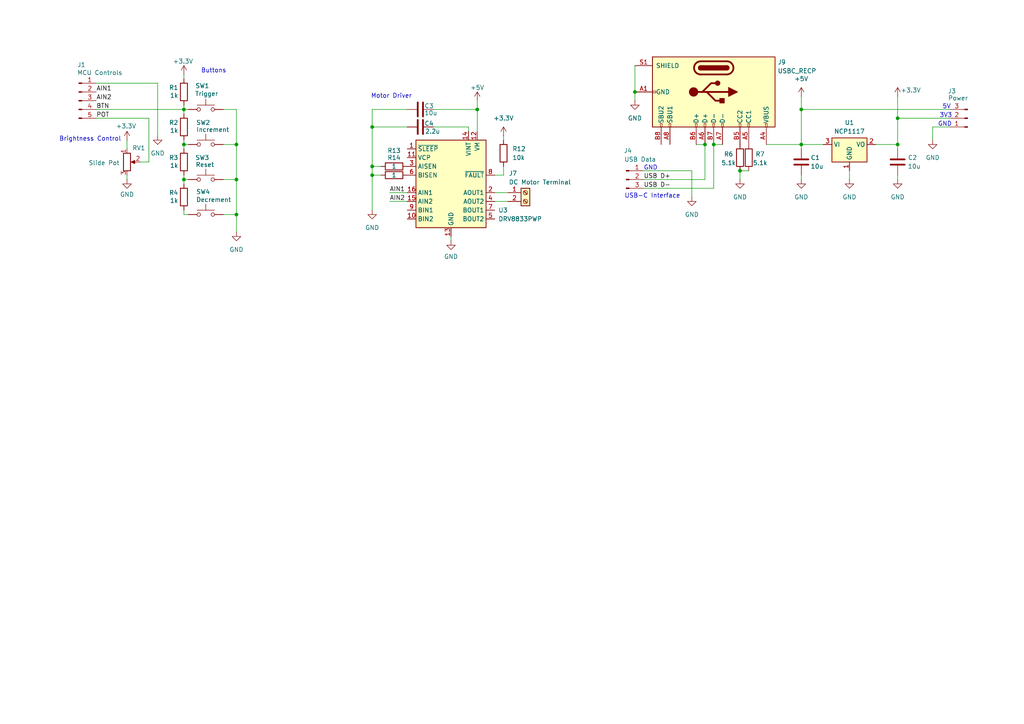
<source format=kicad_sch>
(kicad_sch
	(version 20250114)
	(generator "eeschema")
	(generator_version "9.0")
	(uuid "b0029883-bfd8-42a7-87ce-53e4edc8d9ce")
	(paper "A4")
	(lib_symbols
		(symbol "Connector:Conn_01x03_Pin"
			(pin_names
				(offset 1.016)
				(hide yes)
			)
			(exclude_from_sim no)
			(in_bom yes)
			(on_board yes)
			(property "Reference" "J"
				(at 0 5.08 0)
				(effects
					(font
						(size 1.27 1.27)
					)
				)
			)
			(property "Value" "Conn_01x03_Pin"
				(at 0 -5.08 0)
				(effects
					(font
						(size 1.27 1.27)
					)
				)
			)
			(property "Footprint" ""
				(at 0 0 0)
				(effects
					(font
						(size 1.27 1.27)
					)
					(hide yes)
				)
			)
			(property "Datasheet" "~"
				(at 0 0 0)
				(effects
					(font
						(size 1.27 1.27)
					)
					(hide yes)
				)
			)
			(property "Description" "Generic connector, single row, 01x03, script generated"
				(at 0 0 0)
				(effects
					(font
						(size 1.27 1.27)
					)
					(hide yes)
				)
			)
			(property "ki_locked" ""
				(at 0 0 0)
				(effects
					(font
						(size 1.27 1.27)
					)
				)
			)
			(property "ki_keywords" "connector"
				(at 0 0 0)
				(effects
					(font
						(size 1.27 1.27)
					)
					(hide yes)
				)
			)
			(property "ki_fp_filters" "Connector*:*_1x??_*"
				(at 0 0 0)
				(effects
					(font
						(size 1.27 1.27)
					)
					(hide yes)
				)
			)
			(symbol "Conn_01x03_Pin_1_1"
				(rectangle
					(start 0.8636 2.667)
					(end 0 2.413)
					(stroke
						(width 0.1524)
						(type default)
					)
					(fill
						(type outline)
					)
				)
				(rectangle
					(start 0.8636 0.127)
					(end 0 -0.127)
					(stroke
						(width 0.1524)
						(type default)
					)
					(fill
						(type outline)
					)
				)
				(rectangle
					(start 0.8636 -2.413)
					(end 0 -2.667)
					(stroke
						(width 0.1524)
						(type default)
					)
					(fill
						(type outline)
					)
				)
				(polyline
					(pts
						(xy 1.27 2.54) (xy 0.8636 2.54)
					)
					(stroke
						(width 0.1524)
						(type default)
					)
					(fill
						(type none)
					)
				)
				(polyline
					(pts
						(xy 1.27 0) (xy 0.8636 0)
					)
					(stroke
						(width 0.1524)
						(type default)
					)
					(fill
						(type none)
					)
				)
				(polyline
					(pts
						(xy 1.27 -2.54) (xy 0.8636 -2.54)
					)
					(stroke
						(width 0.1524)
						(type default)
					)
					(fill
						(type none)
					)
				)
				(pin passive line
					(at 5.08 2.54 180)
					(length 3.81)
					(name "Pin_1"
						(effects
							(font
								(size 1.27 1.27)
							)
						)
					)
					(number "1"
						(effects
							(font
								(size 1.27 1.27)
							)
						)
					)
				)
				(pin passive line
					(at 5.08 0 180)
					(length 3.81)
					(name "Pin_2"
						(effects
							(font
								(size 1.27 1.27)
							)
						)
					)
					(number "2"
						(effects
							(font
								(size 1.27 1.27)
							)
						)
					)
				)
				(pin passive line
					(at 5.08 -2.54 180)
					(length 3.81)
					(name "Pin_3"
						(effects
							(font
								(size 1.27 1.27)
							)
						)
					)
					(number "3"
						(effects
							(font
								(size 1.27 1.27)
							)
						)
					)
				)
			)
			(embedded_fonts no)
		)
		(symbol "Connector:Conn_01x05_Pin"
			(pin_names
				(offset 1.016)
				(hide yes)
			)
			(exclude_from_sim no)
			(in_bom yes)
			(on_board yes)
			(property "Reference" "J"
				(at 0 7.62 0)
				(effects
					(font
						(size 1.27 1.27)
					)
				)
			)
			(property "Value" "Conn_01x05_Pin"
				(at 0 -7.62 0)
				(effects
					(font
						(size 1.27 1.27)
					)
				)
			)
			(property "Footprint" ""
				(at 0 0 0)
				(effects
					(font
						(size 1.27 1.27)
					)
					(hide yes)
				)
			)
			(property "Datasheet" "~"
				(at 0 0 0)
				(effects
					(font
						(size 1.27 1.27)
					)
					(hide yes)
				)
			)
			(property "Description" "Generic connector, single row, 01x05, script generated"
				(at 0 0 0)
				(effects
					(font
						(size 1.27 1.27)
					)
					(hide yes)
				)
			)
			(property "ki_locked" ""
				(at 0 0 0)
				(effects
					(font
						(size 1.27 1.27)
					)
				)
			)
			(property "ki_keywords" "connector"
				(at 0 0 0)
				(effects
					(font
						(size 1.27 1.27)
					)
					(hide yes)
				)
			)
			(property "ki_fp_filters" "Connector*:*_1x??_*"
				(at 0 0 0)
				(effects
					(font
						(size 1.27 1.27)
					)
					(hide yes)
				)
			)
			(symbol "Conn_01x05_Pin_1_1"
				(rectangle
					(start 0.8636 5.207)
					(end 0 4.953)
					(stroke
						(width 0.1524)
						(type default)
					)
					(fill
						(type outline)
					)
				)
				(rectangle
					(start 0.8636 2.667)
					(end 0 2.413)
					(stroke
						(width 0.1524)
						(type default)
					)
					(fill
						(type outline)
					)
				)
				(rectangle
					(start 0.8636 0.127)
					(end 0 -0.127)
					(stroke
						(width 0.1524)
						(type default)
					)
					(fill
						(type outline)
					)
				)
				(rectangle
					(start 0.8636 -2.413)
					(end 0 -2.667)
					(stroke
						(width 0.1524)
						(type default)
					)
					(fill
						(type outline)
					)
				)
				(rectangle
					(start 0.8636 -4.953)
					(end 0 -5.207)
					(stroke
						(width 0.1524)
						(type default)
					)
					(fill
						(type outline)
					)
				)
				(polyline
					(pts
						(xy 1.27 5.08) (xy 0.8636 5.08)
					)
					(stroke
						(width 0.1524)
						(type default)
					)
					(fill
						(type none)
					)
				)
				(polyline
					(pts
						(xy 1.27 2.54) (xy 0.8636 2.54)
					)
					(stroke
						(width 0.1524)
						(type default)
					)
					(fill
						(type none)
					)
				)
				(polyline
					(pts
						(xy 1.27 0) (xy 0.8636 0)
					)
					(stroke
						(width 0.1524)
						(type default)
					)
					(fill
						(type none)
					)
				)
				(polyline
					(pts
						(xy 1.27 -2.54) (xy 0.8636 -2.54)
					)
					(stroke
						(width 0.1524)
						(type default)
					)
					(fill
						(type none)
					)
				)
				(polyline
					(pts
						(xy 1.27 -5.08) (xy 0.8636 -5.08)
					)
					(stroke
						(width 0.1524)
						(type default)
					)
					(fill
						(type none)
					)
				)
				(pin passive line
					(at 5.08 5.08 180)
					(length 3.81)
					(name "Pin_1"
						(effects
							(font
								(size 1.27 1.27)
							)
						)
					)
					(number "1"
						(effects
							(font
								(size 1.27 1.27)
							)
						)
					)
				)
				(pin passive line
					(at 5.08 2.54 180)
					(length 3.81)
					(name "Pin_2"
						(effects
							(font
								(size 1.27 1.27)
							)
						)
					)
					(number "2"
						(effects
							(font
								(size 1.27 1.27)
							)
						)
					)
				)
				(pin passive line
					(at 5.08 0 180)
					(length 3.81)
					(name "Pin_3"
						(effects
							(font
								(size 1.27 1.27)
							)
						)
					)
					(number "3"
						(effects
							(font
								(size 1.27 1.27)
							)
						)
					)
				)
				(pin passive line
					(at 5.08 -2.54 180)
					(length 3.81)
					(name "Pin_4"
						(effects
							(font
								(size 1.27 1.27)
							)
						)
					)
					(number "4"
						(effects
							(font
								(size 1.27 1.27)
							)
						)
					)
				)
				(pin passive line
					(at 5.08 -5.08 180)
					(length 3.81)
					(name "Pin_5"
						(effects
							(font
								(size 1.27 1.27)
							)
						)
					)
					(number "5"
						(effects
							(font
								(size 1.27 1.27)
							)
						)
					)
				)
			)
			(embedded_fonts no)
		)
		(symbol "Connector:Screw_Terminal_01x02"
			(pin_names
				(offset 1.016)
				(hide yes)
			)
			(exclude_from_sim no)
			(in_bom yes)
			(on_board yes)
			(property "Reference" "J"
				(at 0 2.54 0)
				(effects
					(font
						(size 1.27 1.27)
					)
				)
			)
			(property "Value" "Screw_Terminal_01x02"
				(at 0 -5.08 0)
				(effects
					(font
						(size 1.27 1.27)
					)
				)
			)
			(property "Footprint" ""
				(at 0 0 0)
				(effects
					(font
						(size 1.27 1.27)
					)
					(hide yes)
				)
			)
			(property "Datasheet" "~"
				(at 0 0 0)
				(effects
					(font
						(size 1.27 1.27)
					)
					(hide yes)
				)
			)
			(property "Description" "Generic screw terminal, single row, 01x02, script generated (kicad-library-utils/schlib/autogen/connector/)"
				(at 0 0 0)
				(effects
					(font
						(size 1.27 1.27)
					)
					(hide yes)
				)
			)
			(property "ki_keywords" "screw terminal"
				(at 0 0 0)
				(effects
					(font
						(size 1.27 1.27)
					)
					(hide yes)
				)
			)
			(property "ki_fp_filters" "TerminalBlock*:*"
				(at 0 0 0)
				(effects
					(font
						(size 1.27 1.27)
					)
					(hide yes)
				)
			)
			(symbol "Screw_Terminal_01x02_1_1"
				(rectangle
					(start -1.27 1.27)
					(end 1.27 -3.81)
					(stroke
						(width 0.254)
						(type default)
					)
					(fill
						(type background)
					)
				)
				(polyline
					(pts
						(xy -0.5334 0.3302) (xy 0.3302 -0.508)
					)
					(stroke
						(width 0.1524)
						(type default)
					)
					(fill
						(type none)
					)
				)
				(polyline
					(pts
						(xy -0.5334 -2.2098) (xy 0.3302 -3.048)
					)
					(stroke
						(width 0.1524)
						(type default)
					)
					(fill
						(type none)
					)
				)
				(polyline
					(pts
						(xy -0.3556 0.508) (xy 0.508 -0.3302)
					)
					(stroke
						(width 0.1524)
						(type default)
					)
					(fill
						(type none)
					)
				)
				(polyline
					(pts
						(xy -0.3556 -2.032) (xy 0.508 -2.8702)
					)
					(stroke
						(width 0.1524)
						(type default)
					)
					(fill
						(type none)
					)
				)
				(circle
					(center 0 0)
					(radius 0.635)
					(stroke
						(width 0.1524)
						(type default)
					)
					(fill
						(type none)
					)
				)
				(circle
					(center 0 -2.54)
					(radius 0.635)
					(stroke
						(width 0.1524)
						(type default)
					)
					(fill
						(type none)
					)
				)
				(pin passive line
					(at -5.08 0 0)
					(length 3.81)
					(name "Pin_1"
						(effects
							(font
								(size 1.27 1.27)
							)
						)
					)
					(number "1"
						(effects
							(font
								(size 1.27 1.27)
							)
						)
					)
				)
				(pin passive line
					(at -5.08 -2.54 0)
					(length 3.81)
					(name "Pin_2"
						(effects
							(font
								(size 1.27 1.27)
							)
						)
					)
					(number "2"
						(effects
							(font
								(size 1.27 1.27)
							)
						)
					)
				)
			)
			(embedded_fonts no)
		)
		(symbol "Connector:USB_C_Receptacle_USB2.0_16P"
			(pin_names
				(offset 1.016)
			)
			(exclude_from_sim no)
			(in_bom yes)
			(on_board yes)
			(property "Reference" "J"
				(at 0 22.225 0)
				(effects
					(font
						(size 1.27 1.27)
					)
				)
			)
			(property "Value" "USB_C_Receptacle_USB2.0_16P"
				(at 0 19.685 0)
				(effects
					(font
						(size 1.27 1.27)
					)
				)
			)
			(property "Footprint" ""
				(at 3.81 0 0)
				(effects
					(font
						(size 1.27 1.27)
					)
					(hide yes)
				)
			)
			(property "Datasheet" "https://www.usb.org/sites/default/files/documents/usb_type-c.zip"
				(at 3.81 0 0)
				(effects
					(font
						(size 1.27 1.27)
					)
					(hide yes)
				)
			)
			(property "Description" "USB 2.0-only 16P Type-C Receptacle connector"
				(at 0 0 0)
				(effects
					(font
						(size 1.27 1.27)
					)
					(hide yes)
				)
			)
			(property "ki_keywords" "usb universal serial bus type-C USB2.0"
				(at 0 0 0)
				(effects
					(font
						(size 1.27 1.27)
					)
					(hide yes)
				)
			)
			(property "ki_fp_filters" "USB*C*Receptacle*"
				(at 0 0 0)
				(effects
					(font
						(size 1.27 1.27)
					)
					(hide yes)
				)
			)
			(symbol "USB_C_Receptacle_USB2.0_16P_0_0"
				(rectangle
					(start -0.254 -17.78)
					(end 0.254 -16.764)
					(stroke
						(width 0)
						(type default)
					)
					(fill
						(type none)
					)
				)
				(rectangle
					(start 10.16 15.494)
					(end 9.144 14.986)
					(stroke
						(width 0)
						(type default)
					)
					(fill
						(type none)
					)
				)
				(rectangle
					(start 10.16 10.414)
					(end 9.144 9.906)
					(stroke
						(width 0)
						(type default)
					)
					(fill
						(type none)
					)
				)
				(rectangle
					(start 10.16 7.874)
					(end 9.144 7.366)
					(stroke
						(width 0)
						(type default)
					)
					(fill
						(type none)
					)
				)
				(rectangle
					(start 10.16 2.794)
					(end 9.144 2.286)
					(stroke
						(width 0)
						(type default)
					)
					(fill
						(type none)
					)
				)
				(rectangle
					(start 10.16 0.254)
					(end 9.144 -0.254)
					(stroke
						(width 0)
						(type default)
					)
					(fill
						(type none)
					)
				)
				(rectangle
					(start 10.16 -2.286)
					(end 9.144 -2.794)
					(stroke
						(width 0)
						(type default)
					)
					(fill
						(type none)
					)
				)
				(rectangle
					(start 10.16 -4.826)
					(end 9.144 -5.334)
					(stroke
						(width 0)
						(type default)
					)
					(fill
						(type none)
					)
				)
				(rectangle
					(start 10.16 -12.446)
					(end 9.144 -12.954)
					(stroke
						(width 0)
						(type default)
					)
					(fill
						(type none)
					)
				)
				(rectangle
					(start 10.16 -14.986)
					(end 9.144 -15.494)
					(stroke
						(width 0)
						(type default)
					)
					(fill
						(type none)
					)
				)
			)
			(symbol "USB_C_Receptacle_USB2.0_16P_0_1"
				(rectangle
					(start -10.16 17.78)
					(end 10.16 -17.78)
					(stroke
						(width 0.254)
						(type default)
					)
					(fill
						(type background)
					)
				)
				(polyline
					(pts
						(xy -8.89 -3.81) (xy -8.89 3.81)
					)
					(stroke
						(width 0.508)
						(type default)
					)
					(fill
						(type none)
					)
				)
				(rectangle
					(start -7.62 -3.81)
					(end -6.35 3.81)
					(stroke
						(width 0.254)
						(type default)
					)
					(fill
						(type outline)
					)
				)
				(arc
					(start -7.62 3.81)
					(mid -6.985 4.4423)
					(end -6.35 3.81)
					(stroke
						(width 0.254)
						(type default)
					)
					(fill
						(type none)
					)
				)
				(arc
					(start -7.62 3.81)
					(mid -6.985 4.4423)
					(end -6.35 3.81)
					(stroke
						(width 0.254)
						(type default)
					)
					(fill
						(type outline)
					)
				)
				(arc
					(start -8.89 3.81)
					(mid -6.985 5.7067)
					(end -5.08 3.81)
					(stroke
						(width 0.508)
						(type default)
					)
					(fill
						(type none)
					)
				)
				(arc
					(start -5.08 -3.81)
					(mid -6.985 -5.7067)
					(end -8.89 -3.81)
					(stroke
						(width 0.508)
						(type default)
					)
					(fill
						(type none)
					)
				)
				(arc
					(start -6.35 -3.81)
					(mid -6.985 -4.4423)
					(end -7.62 -3.81)
					(stroke
						(width 0.254)
						(type default)
					)
					(fill
						(type none)
					)
				)
				(arc
					(start -6.35 -3.81)
					(mid -6.985 -4.4423)
					(end -7.62 -3.81)
					(stroke
						(width 0.254)
						(type default)
					)
					(fill
						(type outline)
					)
				)
				(polyline
					(pts
						(xy -5.08 3.81) (xy -5.08 -3.81)
					)
					(stroke
						(width 0.508)
						(type default)
					)
					(fill
						(type none)
					)
				)
				(circle
					(center -2.54 1.143)
					(radius 0.635)
					(stroke
						(width 0.254)
						(type default)
					)
					(fill
						(type outline)
					)
				)
				(polyline
					(pts
						(xy -1.27 4.318) (xy 0 6.858) (xy 1.27 4.318) (xy -1.27 4.318)
					)
					(stroke
						(width 0.254)
						(type default)
					)
					(fill
						(type outline)
					)
				)
				(polyline
					(pts
						(xy 0 -2.032) (xy 2.54 0.508) (xy 2.54 1.778)
					)
					(stroke
						(width 0.508)
						(type default)
					)
					(fill
						(type none)
					)
				)
				(polyline
					(pts
						(xy 0 -3.302) (xy -2.54 -0.762) (xy -2.54 0.508)
					)
					(stroke
						(width 0.508)
						(type default)
					)
					(fill
						(type none)
					)
				)
				(polyline
					(pts
						(xy 0 -5.842) (xy 0 4.318)
					)
					(stroke
						(width 0.508)
						(type default)
					)
					(fill
						(type none)
					)
				)
				(circle
					(center 0 -5.842)
					(radius 1.27)
					(stroke
						(width 0)
						(type default)
					)
					(fill
						(type outline)
					)
				)
				(rectangle
					(start 1.905 1.778)
					(end 3.175 3.048)
					(stroke
						(width 0.254)
						(type default)
					)
					(fill
						(type outline)
					)
				)
			)
			(symbol "USB_C_Receptacle_USB2.0_16P_1_1"
				(pin passive line
					(at -7.62 -22.86 90)
					(length 5.08)
					(name "SHIELD"
						(effects
							(font
								(size 1.27 1.27)
							)
						)
					)
					(number "S1"
						(effects
							(font
								(size 1.27 1.27)
							)
						)
					)
				)
				(pin passive line
					(at 0 -22.86 90)
					(length 5.08)
					(name "GND"
						(effects
							(font
								(size 1.27 1.27)
							)
						)
					)
					(number "A1"
						(effects
							(font
								(size 1.27 1.27)
							)
						)
					)
				)
				(pin passive line
					(at 0 -22.86 90)
					(length 5.08)
					(hide yes)
					(name "GND"
						(effects
							(font
								(size 1.27 1.27)
							)
						)
					)
					(number "A12"
						(effects
							(font
								(size 1.27 1.27)
							)
						)
					)
				)
				(pin passive line
					(at 0 -22.86 90)
					(length 5.08)
					(hide yes)
					(name "GND"
						(effects
							(font
								(size 1.27 1.27)
							)
						)
					)
					(number "B1"
						(effects
							(font
								(size 1.27 1.27)
							)
						)
					)
				)
				(pin passive line
					(at 0 -22.86 90)
					(length 5.08)
					(hide yes)
					(name "GND"
						(effects
							(font
								(size 1.27 1.27)
							)
						)
					)
					(number "B12"
						(effects
							(font
								(size 1.27 1.27)
							)
						)
					)
				)
				(pin passive line
					(at 15.24 15.24 180)
					(length 5.08)
					(name "VBUS"
						(effects
							(font
								(size 1.27 1.27)
							)
						)
					)
					(number "A4"
						(effects
							(font
								(size 1.27 1.27)
							)
						)
					)
				)
				(pin passive line
					(at 15.24 15.24 180)
					(length 5.08)
					(hide yes)
					(name "VBUS"
						(effects
							(font
								(size 1.27 1.27)
							)
						)
					)
					(number "A9"
						(effects
							(font
								(size 1.27 1.27)
							)
						)
					)
				)
				(pin passive line
					(at 15.24 15.24 180)
					(length 5.08)
					(hide yes)
					(name "VBUS"
						(effects
							(font
								(size 1.27 1.27)
							)
						)
					)
					(number "B4"
						(effects
							(font
								(size 1.27 1.27)
							)
						)
					)
				)
				(pin passive line
					(at 15.24 15.24 180)
					(length 5.08)
					(hide yes)
					(name "VBUS"
						(effects
							(font
								(size 1.27 1.27)
							)
						)
					)
					(number "B9"
						(effects
							(font
								(size 1.27 1.27)
							)
						)
					)
				)
				(pin bidirectional line
					(at 15.24 10.16 180)
					(length 5.08)
					(name "CC1"
						(effects
							(font
								(size 1.27 1.27)
							)
						)
					)
					(number "A5"
						(effects
							(font
								(size 1.27 1.27)
							)
						)
					)
				)
				(pin bidirectional line
					(at 15.24 7.62 180)
					(length 5.08)
					(name "CC2"
						(effects
							(font
								(size 1.27 1.27)
							)
						)
					)
					(number "B5"
						(effects
							(font
								(size 1.27 1.27)
							)
						)
					)
				)
				(pin bidirectional line
					(at 15.24 2.54 180)
					(length 5.08)
					(name "D-"
						(effects
							(font
								(size 1.27 1.27)
							)
						)
					)
					(number "A7"
						(effects
							(font
								(size 1.27 1.27)
							)
						)
					)
				)
				(pin bidirectional line
					(at 15.24 0 180)
					(length 5.08)
					(name "D-"
						(effects
							(font
								(size 1.27 1.27)
							)
						)
					)
					(number "B7"
						(effects
							(font
								(size 1.27 1.27)
							)
						)
					)
				)
				(pin bidirectional line
					(at 15.24 -2.54 180)
					(length 5.08)
					(name "D+"
						(effects
							(font
								(size 1.27 1.27)
							)
						)
					)
					(number "A6"
						(effects
							(font
								(size 1.27 1.27)
							)
						)
					)
				)
				(pin bidirectional line
					(at 15.24 -5.08 180)
					(length 5.08)
					(name "D+"
						(effects
							(font
								(size 1.27 1.27)
							)
						)
					)
					(number "B6"
						(effects
							(font
								(size 1.27 1.27)
							)
						)
					)
				)
				(pin bidirectional line
					(at 15.24 -12.7 180)
					(length 5.08)
					(name "SBU1"
						(effects
							(font
								(size 1.27 1.27)
							)
						)
					)
					(number "A8"
						(effects
							(font
								(size 1.27 1.27)
							)
						)
					)
				)
				(pin bidirectional line
					(at 15.24 -15.24 180)
					(length 5.08)
					(name "SBU2"
						(effects
							(font
								(size 1.27 1.27)
							)
						)
					)
					(number "B8"
						(effects
							(font
								(size 1.27 1.27)
							)
						)
					)
				)
			)
			(embedded_fonts no)
		)
		(symbol "Device:C"
			(pin_numbers
				(hide yes)
			)
			(pin_names
				(offset 0.254)
			)
			(exclude_from_sim no)
			(in_bom yes)
			(on_board yes)
			(property "Reference" "C"
				(at 0.635 2.54 0)
				(effects
					(font
						(size 1.27 1.27)
					)
					(justify left)
				)
			)
			(property "Value" "C"
				(at 0.635 -2.54 0)
				(effects
					(font
						(size 1.27 1.27)
					)
					(justify left)
				)
			)
			(property "Footprint" ""
				(at 0.9652 -3.81 0)
				(effects
					(font
						(size 1.27 1.27)
					)
					(hide yes)
				)
			)
			(property "Datasheet" "~"
				(at 0 0 0)
				(effects
					(font
						(size 1.27 1.27)
					)
					(hide yes)
				)
			)
			(property "Description" "Unpolarized capacitor"
				(at 0 0 0)
				(effects
					(font
						(size 1.27 1.27)
					)
					(hide yes)
				)
			)
			(property "ki_keywords" "cap capacitor"
				(at 0 0 0)
				(effects
					(font
						(size 1.27 1.27)
					)
					(hide yes)
				)
			)
			(property "ki_fp_filters" "C_*"
				(at 0 0 0)
				(effects
					(font
						(size 1.27 1.27)
					)
					(hide yes)
				)
			)
			(symbol "C_0_1"
				(polyline
					(pts
						(xy -2.032 0.762) (xy 2.032 0.762)
					)
					(stroke
						(width 0.508)
						(type default)
					)
					(fill
						(type none)
					)
				)
				(polyline
					(pts
						(xy -2.032 -0.762) (xy 2.032 -0.762)
					)
					(stroke
						(width 0.508)
						(type default)
					)
					(fill
						(type none)
					)
				)
			)
			(symbol "C_1_1"
				(pin passive line
					(at 0 3.81 270)
					(length 2.794)
					(name "~"
						(effects
							(font
								(size 1.27 1.27)
							)
						)
					)
					(number "1"
						(effects
							(font
								(size 1.27 1.27)
							)
						)
					)
				)
				(pin passive line
					(at 0 -3.81 90)
					(length 2.794)
					(name "~"
						(effects
							(font
								(size 1.27 1.27)
							)
						)
					)
					(number "2"
						(effects
							(font
								(size 1.27 1.27)
							)
						)
					)
				)
			)
			(embedded_fonts no)
		)
		(symbol "Device:R"
			(pin_numbers
				(hide yes)
			)
			(pin_names
				(offset 0)
			)
			(exclude_from_sim no)
			(in_bom yes)
			(on_board yes)
			(property "Reference" "R"
				(at 2.032 0 90)
				(effects
					(font
						(size 1.27 1.27)
					)
				)
			)
			(property "Value" "R"
				(at 0 0 90)
				(effects
					(font
						(size 1.27 1.27)
					)
				)
			)
			(property "Footprint" ""
				(at -1.778 0 90)
				(effects
					(font
						(size 1.27 1.27)
					)
					(hide yes)
				)
			)
			(property "Datasheet" "~"
				(at 0 0 0)
				(effects
					(font
						(size 1.27 1.27)
					)
					(hide yes)
				)
			)
			(property "Description" "Resistor"
				(at 0 0 0)
				(effects
					(font
						(size 1.27 1.27)
					)
					(hide yes)
				)
			)
			(property "ki_keywords" "R res resistor"
				(at 0 0 0)
				(effects
					(font
						(size 1.27 1.27)
					)
					(hide yes)
				)
			)
			(property "ki_fp_filters" "R_*"
				(at 0 0 0)
				(effects
					(font
						(size 1.27 1.27)
					)
					(hide yes)
				)
			)
			(symbol "R_0_1"
				(rectangle
					(start -1.016 -2.54)
					(end 1.016 2.54)
					(stroke
						(width 0.254)
						(type default)
					)
					(fill
						(type none)
					)
				)
			)
			(symbol "R_1_1"
				(pin passive line
					(at 0 3.81 270)
					(length 1.27)
					(name "~"
						(effects
							(font
								(size 1.27 1.27)
							)
						)
					)
					(number "1"
						(effects
							(font
								(size 1.27 1.27)
							)
						)
					)
				)
				(pin passive line
					(at 0 -3.81 90)
					(length 1.27)
					(name "~"
						(effects
							(font
								(size 1.27 1.27)
							)
						)
					)
					(number "2"
						(effects
							(font
								(size 1.27 1.27)
							)
						)
					)
				)
			)
			(embedded_fonts no)
		)
		(symbol "Device:R_Potentiometer"
			(pin_names
				(offset 1.016)
				(hide yes)
			)
			(exclude_from_sim no)
			(in_bom yes)
			(on_board yes)
			(property "Reference" "RV"
				(at -4.445 0 90)
				(effects
					(font
						(size 1.27 1.27)
					)
				)
			)
			(property "Value" "R_Potentiometer"
				(at -2.54 0 90)
				(effects
					(font
						(size 1.27 1.27)
					)
				)
			)
			(property "Footprint" ""
				(at 0 0 0)
				(effects
					(font
						(size 1.27 1.27)
					)
					(hide yes)
				)
			)
			(property "Datasheet" "~"
				(at 0 0 0)
				(effects
					(font
						(size 1.27 1.27)
					)
					(hide yes)
				)
			)
			(property "Description" "Potentiometer"
				(at 0 0 0)
				(effects
					(font
						(size 1.27 1.27)
					)
					(hide yes)
				)
			)
			(property "ki_keywords" "resistor variable"
				(at 0 0 0)
				(effects
					(font
						(size 1.27 1.27)
					)
					(hide yes)
				)
			)
			(property "ki_fp_filters" "Potentiometer*"
				(at 0 0 0)
				(effects
					(font
						(size 1.27 1.27)
					)
					(hide yes)
				)
			)
			(symbol "R_Potentiometer_0_1"
				(rectangle
					(start 1.016 2.54)
					(end -1.016 -2.54)
					(stroke
						(width 0.254)
						(type default)
					)
					(fill
						(type none)
					)
				)
				(polyline
					(pts
						(xy 1.143 0) (xy 2.286 0.508) (xy 2.286 -0.508) (xy 1.143 0)
					)
					(stroke
						(width 0)
						(type default)
					)
					(fill
						(type outline)
					)
				)
				(polyline
					(pts
						(xy 2.54 0) (xy 1.524 0)
					)
					(stroke
						(width 0)
						(type default)
					)
					(fill
						(type none)
					)
				)
			)
			(symbol "R_Potentiometer_1_1"
				(pin passive line
					(at 0 3.81 270)
					(length 1.27)
					(name "1"
						(effects
							(font
								(size 1.27 1.27)
							)
						)
					)
					(number "1"
						(effects
							(font
								(size 1.27 1.27)
							)
						)
					)
				)
				(pin passive line
					(at 0 -3.81 90)
					(length 1.27)
					(name "3"
						(effects
							(font
								(size 1.27 1.27)
							)
						)
					)
					(number "3"
						(effects
							(font
								(size 1.27 1.27)
							)
						)
					)
				)
				(pin passive line
					(at 3.81 0 180)
					(length 1.27)
					(name "2"
						(effects
							(font
								(size 1.27 1.27)
							)
						)
					)
					(number "2"
						(effects
							(font
								(size 1.27 1.27)
							)
						)
					)
				)
			)
			(embedded_fonts no)
		)
		(symbol "Driver_Motor:DRV8833PWP"
			(exclude_from_sim no)
			(in_bom yes)
			(on_board yes)
			(property "Reference" "U"
				(at -3.81 16.51 0)
				(effects
					(font
						(size 1.27 1.27)
					)
				)
			)
			(property "Value" "DRV8833PWP"
				(at -3.81 13.97 0)
				(effects
					(font
						(size 1.27 1.27)
					)
				)
			)
			(property "Footprint" "Package_SO:HTSSOP-16-1EP_4.4x5mm_P0.65mm_EP3.4x5mm_Mask2.46x2.31mm_ThermalVias"
				(at 5.08 -15.24 0)
				(effects
					(font
						(size 1.27 1.27)
					)
					(justify left)
					(hide yes)
				)
			)
			(property "Datasheet" "http://www.ti.com/lit/ds/symlink/drv8833.pdf"
				(at 5.08 -17.78 0)
				(effects
					(font
						(size 1.27 1.27)
					)
					(justify left)
					(hide yes)
				)
			)
			(property "Description" "Dual H-Bridge Motor Driver, HTSSOP-16"
				(at 0 0 0)
				(effects
					(font
						(size 1.27 1.27)
					)
					(hide yes)
				)
			)
			(property "ki_keywords" "H-bridge motor driver"
				(at 0 0 0)
				(effects
					(font
						(size 1.27 1.27)
					)
					(hide yes)
				)
			)
			(property "ki_fp_filters" "HTSSOP*1EP*4.4x5mm*P0.65mm*EP3.4x5mm*"
				(at 0 0 0)
				(effects
					(font
						(size 1.27 1.27)
					)
					(hide yes)
				)
			)
			(symbol "DRV8833PWP_0_1"
				(rectangle
					(start -10.16 12.7)
					(end 10.16 -12.7)
					(stroke
						(width 0.254)
						(type default)
					)
					(fill
						(type background)
					)
				)
			)
			(symbol "DRV8833PWP_1_1"
				(pin input line
					(at -12.7 10.16 0)
					(length 2.54)
					(name "~{SLEEP}"
						(effects
							(font
								(size 1.27 1.27)
							)
						)
					)
					(number "1"
						(effects
							(font
								(size 1.27 1.27)
							)
						)
					)
				)
				(pin bidirectional line
					(at -12.7 7.62 0)
					(length 2.54)
					(name "VCP"
						(effects
							(font
								(size 1.27 1.27)
							)
						)
					)
					(number "11"
						(effects
							(font
								(size 1.27 1.27)
							)
						)
					)
				)
				(pin bidirectional line
					(at -12.7 5.08 0)
					(length 2.54)
					(name "AISEN"
						(effects
							(font
								(size 1.27 1.27)
							)
						)
					)
					(number "3"
						(effects
							(font
								(size 1.27 1.27)
							)
						)
					)
				)
				(pin bidirectional line
					(at -12.7 2.54 0)
					(length 2.54)
					(name "BISEN"
						(effects
							(font
								(size 1.27 1.27)
							)
						)
					)
					(number "6"
						(effects
							(font
								(size 1.27 1.27)
							)
						)
					)
				)
				(pin input line
					(at -12.7 -2.54 0)
					(length 2.54)
					(name "AIN1"
						(effects
							(font
								(size 1.27 1.27)
							)
						)
					)
					(number "16"
						(effects
							(font
								(size 1.27 1.27)
							)
						)
					)
				)
				(pin input line
					(at -12.7 -5.08 0)
					(length 2.54)
					(name "AIN2"
						(effects
							(font
								(size 1.27 1.27)
							)
						)
					)
					(number "15"
						(effects
							(font
								(size 1.27 1.27)
							)
						)
					)
				)
				(pin input line
					(at -12.7 -7.62 0)
					(length 2.54)
					(name "BIN1"
						(effects
							(font
								(size 1.27 1.27)
							)
						)
					)
					(number "9"
						(effects
							(font
								(size 1.27 1.27)
							)
						)
					)
				)
				(pin input line
					(at -12.7 -10.16 0)
					(length 2.54)
					(name "BIN2"
						(effects
							(font
								(size 1.27 1.27)
							)
						)
					)
					(number "10"
						(effects
							(font
								(size 1.27 1.27)
							)
						)
					)
				)
				(pin power_in line
					(at 0 -15.24 90)
					(length 2.54)
					(name "GND"
						(effects
							(font
								(size 1.27 1.27)
							)
						)
					)
					(number "13"
						(effects
							(font
								(size 1.27 1.27)
							)
						)
					)
				)
				(pin passive line
					(at 0 -15.24 90)
					(length 2.54)
					(hide yes)
					(name "GND"
						(effects
							(font
								(size 1.27 1.27)
							)
						)
					)
					(number "17"
						(effects
							(font
								(size 1.27 1.27)
							)
						)
					)
				)
				(pin power_in line
					(at 5.08 15.24 270)
					(length 2.54)
					(name "VINT"
						(effects
							(font
								(size 1.27 1.27)
							)
						)
					)
					(number "14"
						(effects
							(font
								(size 1.27 1.27)
							)
						)
					)
				)
				(pin power_in line
					(at 7.62 15.24 270)
					(length 2.54)
					(name "VM"
						(effects
							(font
								(size 1.27 1.27)
							)
						)
					)
					(number "12"
						(effects
							(font
								(size 1.27 1.27)
							)
						)
					)
				)
				(pin open_collector line
					(at 12.7 2.54 180)
					(length 2.54)
					(name "~{FAULT}"
						(effects
							(font
								(size 1.27 1.27)
							)
						)
					)
					(number "8"
						(effects
							(font
								(size 1.27 1.27)
							)
						)
					)
				)
				(pin power_out line
					(at 12.7 -2.54 180)
					(length 2.54)
					(name "AOUT1"
						(effects
							(font
								(size 1.27 1.27)
							)
						)
					)
					(number "2"
						(effects
							(font
								(size 1.27 1.27)
							)
						)
					)
				)
				(pin power_out line
					(at 12.7 -5.08 180)
					(length 2.54)
					(name "AOUT2"
						(effects
							(font
								(size 1.27 1.27)
							)
						)
					)
					(number "4"
						(effects
							(font
								(size 1.27 1.27)
							)
						)
					)
				)
				(pin power_out line
					(at 12.7 -7.62 180)
					(length 2.54)
					(name "BOUT1"
						(effects
							(font
								(size 1.27 1.27)
							)
						)
					)
					(number "7"
						(effects
							(font
								(size 1.27 1.27)
							)
						)
					)
				)
				(pin power_out line
					(at 12.7 -10.16 180)
					(length 2.54)
					(name "BOUT2"
						(effects
							(font
								(size 1.27 1.27)
							)
						)
					)
					(number "5"
						(effects
							(font
								(size 1.27 1.27)
							)
						)
					)
				)
			)
			(embedded_fonts no)
		)
		(symbol "Regulator_Linear:NCP1117-3.3_SOT223"
			(exclude_from_sim no)
			(in_bom yes)
			(on_board yes)
			(property "Reference" "U"
				(at -3.81 3.175 0)
				(effects
					(font
						(size 1.27 1.27)
					)
				)
			)
			(property "Value" "NCP1117-3.3_SOT223"
				(at 0 3.175 0)
				(effects
					(font
						(size 1.27 1.27)
					)
					(justify left)
				)
			)
			(property "Footprint" "Package_TO_SOT_SMD:SOT-223-3_TabPin2"
				(at 0 5.08 0)
				(effects
					(font
						(size 1.27 1.27)
					)
					(hide yes)
				)
			)
			(property "Datasheet" "http://www.onsemi.com/pub_link/Collateral/NCP1117-D.PDF"
				(at 2.54 -6.35 0)
				(effects
					(font
						(size 1.27 1.27)
					)
					(hide yes)
				)
			)
			(property "Description" "1A Low drop-out regulator, Fixed Output 3.3V, SOT-223"
				(at 0 0 0)
				(effects
					(font
						(size 1.27 1.27)
					)
					(hide yes)
				)
			)
			(property "ki_keywords" "REGULATOR LDO 3.3V"
				(at 0 0 0)
				(effects
					(font
						(size 1.27 1.27)
					)
					(hide yes)
				)
			)
			(property "ki_fp_filters" "SOT?223*TabPin2*"
				(at 0 0 0)
				(effects
					(font
						(size 1.27 1.27)
					)
					(hide yes)
				)
			)
			(symbol "NCP1117-3.3_SOT223_0_1"
				(rectangle
					(start -5.08 -5.08)
					(end 5.08 1.905)
					(stroke
						(width 0.254)
						(type default)
					)
					(fill
						(type background)
					)
				)
			)
			(symbol "NCP1117-3.3_SOT223_1_1"
				(pin power_in line
					(at -7.62 0 0)
					(length 2.54)
					(name "VI"
						(effects
							(font
								(size 1.27 1.27)
							)
						)
					)
					(number "3"
						(effects
							(font
								(size 1.27 1.27)
							)
						)
					)
				)
				(pin power_in line
					(at 0 -7.62 90)
					(length 2.54)
					(name "GND"
						(effects
							(font
								(size 1.27 1.27)
							)
						)
					)
					(number "1"
						(effects
							(font
								(size 1.27 1.27)
							)
						)
					)
				)
				(pin power_out line
					(at 7.62 0 180)
					(length 2.54)
					(name "VO"
						(effects
							(font
								(size 1.27 1.27)
							)
						)
					)
					(number "2"
						(effects
							(font
								(size 1.27 1.27)
							)
						)
					)
				)
			)
			(embedded_fonts no)
		)
		(symbol "Switch:SW_Push"
			(pin_numbers
				(hide yes)
			)
			(pin_names
				(offset 1.016)
				(hide yes)
			)
			(exclude_from_sim no)
			(in_bom yes)
			(on_board yes)
			(property "Reference" "SW"
				(at 1.27 2.54 0)
				(effects
					(font
						(size 1.27 1.27)
					)
					(justify left)
				)
			)
			(property "Value" "SW_Push"
				(at 0 -1.524 0)
				(effects
					(font
						(size 1.27 1.27)
					)
				)
			)
			(property "Footprint" ""
				(at 0 5.08 0)
				(effects
					(font
						(size 1.27 1.27)
					)
					(hide yes)
				)
			)
			(property "Datasheet" "~"
				(at 0 5.08 0)
				(effects
					(font
						(size 1.27 1.27)
					)
					(hide yes)
				)
			)
			(property "Description" "Push button switch, generic, two pins"
				(at 0 0 0)
				(effects
					(font
						(size 1.27 1.27)
					)
					(hide yes)
				)
			)
			(property "ki_keywords" "switch normally-open pushbutton push-button"
				(at 0 0 0)
				(effects
					(font
						(size 1.27 1.27)
					)
					(hide yes)
				)
			)
			(symbol "SW_Push_0_1"
				(circle
					(center -2.032 0)
					(radius 0.508)
					(stroke
						(width 0)
						(type default)
					)
					(fill
						(type none)
					)
				)
				(polyline
					(pts
						(xy 0 1.27) (xy 0 3.048)
					)
					(stroke
						(width 0)
						(type default)
					)
					(fill
						(type none)
					)
				)
				(circle
					(center 2.032 0)
					(radius 0.508)
					(stroke
						(width 0)
						(type default)
					)
					(fill
						(type none)
					)
				)
				(polyline
					(pts
						(xy 2.54 1.27) (xy -2.54 1.27)
					)
					(stroke
						(width 0)
						(type default)
					)
					(fill
						(type none)
					)
				)
				(pin passive line
					(at -5.08 0 0)
					(length 2.54)
					(name "1"
						(effects
							(font
								(size 1.27 1.27)
							)
						)
					)
					(number "1"
						(effects
							(font
								(size 1.27 1.27)
							)
						)
					)
				)
				(pin passive line
					(at 5.08 0 180)
					(length 2.54)
					(name "2"
						(effects
							(font
								(size 1.27 1.27)
							)
						)
					)
					(number "2"
						(effects
							(font
								(size 1.27 1.27)
							)
						)
					)
				)
			)
			(embedded_fonts no)
		)
		(symbol "power:+3.3V"
			(power)
			(pin_numbers
				(hide yes)
			)
			(pin_names
				(offset 0)
				(hide yes)
			)
			(exclude_from_sim no)
			(in_bom yes)
			(on_board yes)
			(property "Reference" "#PWR"
				(at 0 -3.81 0)
				(effects
					(font
						(size 1.27 1.27)
					)
					(hide yes)
				)
			)
			(property "Value" "+3.3V"
				(at 0 3.556 0)
				(effects
					(font
						(size 1.27 1.27)
					)
				)
			)
			(property "Footprint" ""
				(at 0 0 0)
				(effects
					(font
						(size 1.27 1.27)
					)
					(hide yes)
				)
			)
			(property "Datasheet" ""
				(at 0 0 0)
				(effects
					(font
						(size 1.27 1.27)
					)
					(hide yes)
				)
			)
			(property "Description" "Power symbol creates a global label with name \"+3.3V\""
				(at 0 0 0)
				(effects
					(font
						(size 1.27 1.27)
					)
					(hide yes)
				)
			)
			(property "ki_keywords" "global power"
				(at 0 0 0)
				(effects
					(font
						(size 1.27 1.27)
					)
					(hide yes)
				)
			)
			(symbol "+3.3V_0_1"
				(polyline
					(pts
						(xy -0.762 1.27) (xy 0 2.54)
					)
					(stroke
						(width 0)
						(type default)
					)
					(fill
						(type none)
					)
				)
				(polyline
					(pts
						(xy 0 2.54) (xy 0.762 1.27)
					)
					(stroke
						(width 0)
						(type default)
					)
					(fill
						(type none)
					)
				)
				(polyline
					(pts
						(xy 0 0) (xy 0 2.54)
					)
					(stroke
						(width 0)
						(type default)
					)
					(fill
						(type none)
					)
				)
			)
			(symbol "+3.3V_1_1"
				(pin power_in line
					(at 0 0 90)
					(length 0)
					(name "~"
						(effects
							(font
								(size 1.27 1.27)
							)
						)
					)
					(number "1"
						(effects
							(font
								(size 1.27 1.27)
							)
						)
					)
				)
			)
			(embedded_fonts no)
		)
		(symbol "power:+5V"
			(power)
			(pin_numbers
				(hide yes)
			)
			(pin_names
				(offset 0)
				(hide yes)
			)
			(exclude_from_sim no)
			(in_bom yes)
			(on_board yes)
			(property "Reference" "#PWR"
				(at 0 -3.81 0)
				(effects
					(font
						(size 1.27 1.27)
					)
					(hide yes)
				)
			)
			(property "Value" "+5V"
				(at 0 3.556 0)
				(effects
					(font
						(size 1.27 1.27)
					)
				)
			)
			(property "Footprint" ""
				(at 0 0 0)
				(effects
					(font
						(size 1.27 1.27)
					)
					(hide yes)
				)
			)
			(property "Datasheet" ""
				(at 0 0 0)
				(effects
					(font
						(size 1.27 1.27)
					)
					(hide yes)
				)
			)
			(property "Description" "Power symbol creates a global label with name \"+5V\""
				(at 0 0 0)
				(effects
					(font
						(size 1.27 1.27)
					)
					(hide yes)
				)
			)
			(property "ki_keywords" "global power"
				(at 0 0 0)
				(effects
					(font
						(size 1.27 1.27)
					)
					(hide yes)
				)
			)
			(symbol "+5V_0_1"
				(polyline
					(pts
						(xy -0.762 1.27) (xy 0 2.54)
					)
					(stroke
						(width 0)
						(type default)
					)
					(fill
						(type none)
					)
				)
				(polyline
					(pts
						(xy 0 2.54) (xy 0.762 1.27)
					)
					(stroke
						(width 0)
						(type default)
					)
					(fill
						(type none)
					)
				)
				(polyline
					(pts
						(xy 0 0) (xy 0 2.54)
					)
					(stroke
						(width 0)
						(type default)
					)
					(fill
						(type none)
					)
				)
			)
			(symbol "+5V_1_1"
				(pin power_in line
					(at 0 0 90)
					(length 0)
					(name "~"
						(effects
							(font
								(size 1.27 1.27)
							)
						)
					)
					(number "1"
						(effects
							(font
								(size 1.27 1.27)
							)
						)
					)
				)
			)
			(embedded_fonts no)
		)
		(symbol "power:GND"
			(power)
			(pin_numbers
				(hide yes)
			)
			(pin_names
				(offset 0)
				(hide yes)
			)
			(exclude_from_sim no)
			(in_bom yes)
			(on_board yes)
			(property "Reference" "#PWR"
				(at 0 -6.35 0)
				(effects
					(font
						(size 1.27 1.27)
					)
					(hide yes)
				)
			)
			(property "Value" "GND"
				(at 0 -3.81 0)
				(effects
					(font
						(size 1.27 1.27)
					)
				)
			)
			(property "Footprint" ""
				(at 0 0 0)
				(effects
					(font
						(size 1.27 1.27)
					)
					(hide yes)
				)
			)
			(property "Datasheet" ""
				(at 0 0 0)
				(effects
					(font
						(size 1.27 1.27)
					)
					(hide yes)
				)
			)
			(property "Description" "Power symbol creates a global label with name \"GND\" , ground"
				(at 0 0 0)
				(effects
					(font
						(size 1.27 1.27)
					)
					(hide yes)
				)
			)
			(property "ki_keywords" "global power"
				(at 0 0 0)
				(effects
					(font
						(size 1.27 1.27)
					)
					(hide yes)
				)
			)
			(symbol "GND_0_1"
				(polyline
					(pts
						(xy 0 0) (xy 0 -1.27) (xy 1.27 -1.27) (xy 0 -2.54) (xy -1.27 -1.27) (xy 0 -1.27)
					)
					(stroke
						(width 0)
						(type default)
					)
					(fill
						(type none)
					)
				)
			)
			(symbol "GND_1_1"
				(pin power_in line
					(at 0 0 270)
					(length 0)
					(name "~"
						(effects
							(font
								(size 1.27 1.27)
							)
						)
					)
					(number "1"
						(effects
							(font
								(size 1.27 1.27)
							)
						)
					)
				)
			)
			(embedded_fonts no)
		)
	)
	(text "USB-C Interface"
		(exclude_from_sim no)
		(at 189.23 56.896 0)
		(effects
			(font
				(size 1.27 1.27)
			)
		)
		(uuid "38fd199c-7844-4ed5-be42-093150ad48b0")
	)
	(text "Buttons"
		(exclude_from_sim no)
		(at 61.976 20.574 0)
		(effects
			(font
				(size 1.27 1.27)
			)
		)
		(uuid "5ca41765-9b61-4656-8a4a-2ca04154b56d")
	)
	(text "Brightness Control"
		(exclude_from_sim no)
		(at 26.162 40.386 0)
		(effects
			(font
				(size 1.27 1.27)
			)
		)
		(uuid "88788ae2-aede-4395-a577-234ea04dfd54")
	)
	(text "5V"
		(exclude_from_sim no)
		(at 274.574 30.988 0)
		(effects
			(font
				(size 1.27 1.27)
			)
		)
		(uuid "a1986955-f4fa-4044-972e-2aaf02434e31")
	)
	(text "Motor Driver"
		(exclude_from_sim no)
		(at 113.538 27.94 0)
		(effects
			(font
				(size 1.27 1.27)
			)
		)
		(uuid "aff36b9c-d7a0-4a9c-a595-3acd52da078c")
	)
	(text "GND"
		(exclude_from_sim no)
		(at 188.722 48.768 0)
		(effects
			(font
				(size 1.27 1.27)
			)
		)
		(uuid "ea808a8a-cd13-4a0f-8f29-10c03b7d7d40")
	)
	(text "GND"
		(exclude_from_sim no)
		(at 274.066 36.068 0)
		(effects
			(font
				(size 1.27 1.27)
			)
		)
		(uuid "fc2fe307-88a3-43c6-8d13-232ae10ffc84")
	)
	(text "3V3"
		(exclude_from_sim no)
		(at 274.32 33.528 0)
		(effects
			(font
				(size 1.27 1.27)
			)
		)
		(uuid "ff3708d1-85ae-4036-9737-dea6528a8574")
	)
	(junction
		(at 53.34 52.07)
		(diameter 0)
		(color 0 0 0 0)
		(uuid "3c98194b-71dc-48f9-adf0-9044f672f6c0")
	)
	(junction
		(at 260.35 41.91)
		(diameter 0)
		(color 0 0 0 0)
		(uuid "41bceae8-578e-4f8a-be41-a45007e964b2")
	)
	(junction
		(at 53.34 31.75)
		(diameter 0)
		(color 0 0 0 0)
		(uuid "482daee9-9bc3-4359-9a7c-0654d6357133")
	)
	(junction
		(at 214.63 49.53)
		(diameter 0)
		(color 0 0 0 0)
		(uuid "55bf410a-aa6a-4aea-9933-7d2fda7df1d3")
	)
	(junction
		(at 260.35 34.29)
		(diameter 0)
		(color 0 0 0 0)
		(uuid "5875cb8f-4e10-4e89-9428-cf1c4393d3d0")
	)
	(junction
		(at 204.47 41.91)
		(diameter 0)
		(color 0 0 0 0)
		(uuid "61056a79-c16b-4c08-8e8a-43e75541317e")
	)
	(junction
		(at 107.95 48.26)
		(diameter 0)
		(color 0 0 0 0)
		(uuid "777f3504-3364-4d33-829b-b9e17c41f40d")
	)
	(junction
		(at 184.15 26.67)
		(diameter 0)
		(color 0 0 0 0)
		(uuid "7c7bddc7-4dd3-4551-b040-53af5c270d41")
	)
	(junction
		(at 232.41 31.75)
		(diameter 0)
		(color 0 0 0 0)
		(uuid "7fc78627-e4e3-43e3-8aad-b4372d4c4b9c")
	)
	(junction
		(at 107.95 36.83)
		(diameter 0)
		(color 0 0 0 0)
		(uuid "9b6b5345-fe29-4377-a8f8-c52e82d054ce")
	)
	(junction
		(at 68.58 41.91)
		(diameter 0)
		(color 0 0 0 0)
		(uuid "a1301b47-915e-4c85-9ef5-a6f29fe4efd1")
	)
	(junction
		(at 138.43 31.75)
		(diameter 0)
		(color 0 0 0 0)
		(uuid "abd481a0-d369-4d37-b6fa-5adf44b8731e")
	)
	(junction
		(at 68.58 62.23)
		(diameter 0)
		(color 0 0 0 0)
		(uuid "bd1169dd-f632-4740-9936-a68a9cc252bc")
	)
	(junction
		(at 53.34 41.91)
		(diameter 0)
		(color 0 0 0 0)
		(uuid "bf668748-72de-4143-b427-62019bb6b244")
	)
	(junction
		(at 207.01 41.91)
		(diameter 0)
		(color 0 0 0 0)
		(uuid "d9823cce-d693-40cc-bff2-68f69cb17380")
	)
	(junction
		(at 107.95 50.8)
		(diameter 0)
		(color 0 0 0 0)
		(uuid "e24c727a-c8f1-44f4-ab5f-13bf3a3fadc9")
	)
	(junction
		(at 232.41 41.91)
		(diameter 0)
		(color 0 0 0 0)
		(uuid "e3c9c119-cfc0-44ef-883d-f03b7fdd4883")
	)
	(junction
		(at 68.58 52.07)
		(diameter 0)
		(color 0 0 0 0)
		(uuid "fa3b0efa-5cf3-4b13-b902-76b4e962ffeb")
	)
	(wire
		(pts
			(xy 204.47 41.91) (xy 201.93 41.91)
		)
		(stroke
			(width 0)
			(type default)
		)
		(uuid "048a90b4-f04f-461f-bb31-3d43e2a2d75a")
	)
	(wire
		(pts
			(xy 107.95 48.26) (xy 110.49 48.26)
		)
		(stroke
			(width 0)
			(type default)
		)
		(uuid "0753cf0b-e82e-4bc7-856a-434f8a131d27")
	)
	(wire
		(pts
			(xy 68.58 52.07) (xy 68.58 62.23)
		)
		(stroke
			(width 0)
			(type default)
		)
		(uuid "0b6d7709-66f0-4fd3-a88f-c746815d5e96")
	)
	(wire
		(pts
			(xy 64.77 41.91) (xy 68.58 41.91)
		)
		(stroke
			(width 0)
			(type default)
		)
		(uuid "0fa40991-f019-4b8a-a916-04279b327d6b")
	)
	(wire
		(pts
			(xy 184.15 19.05) (xy 184.15 26.67)
		)
		(stroke
			(width 0)
			(type default)
		)
		(uuid "120ca2a9-661d-46d1-81cc-bad102094ba0")
	)
	(wire
		(pts
			(xy 64.77 31.75) (xy 68.58 31.75)
		)
		(stroke
			(width 0)
			(type default)
		)
		(uuid "18b7af54-edb1-4cf1-8ff6-2a29712a5c6f")
	)
	(wire
		(pts
			(xy 214.63 52.07) (xy 214.63 49.53)
		)
		(stroke
			(width 0)
			(type default)
		)
		(uuid "1bab318e-a315-43f3-b35c-2088c3fbe5c4")
	)
	(wire
		(pts
			(xy 200.66 57.15) (xy 200.66 49.53)
		)
		(stroke
			(width 0)
			(type default)
		)
		(uuid "1d41eca4-15cf-4342-bf2b-4fb60ce48145")
	)
	(wire
		(pts
			(xy 260.35 50.8) (xy 260.35 52.07)
		)
		(stroke
			(width 0)
			(type default)
		)
		(uuid "1f7c60ea-2687-47bc-835e-e76c464e687c")
	)
	(wire
		(pts
			(xy 107.95 60.96) (xy 107.95 50.8)
		)
		(stroke
			(width 0)
			(type default)
		)
		(uuid "24e20d75-209b-4df0-bd54-d2ac2612cefc")
	)
	(wire
		(pts
			(xy 27.94 24.13) (xy 45.72 24.13)
		)
		(stroke
			(width 0)
			(type default)
		)
		(uuid "27b4cc5d-c927-4048-a701-d38a93ef2387")
	)
	(wire
		(pts
			(xy 113.03 55.88) (xy 118.11 55.88)
		)
		(stroke
			(width 0)
			(type default)
		)
		(uuid "33627304-bc99-46b1-8429-481b7902fda5")
	)
	(wire
		(pts
			(xy 232.41 31.75) (xy 275.59 31.75)
		)
		(stroke
			(width 0)
			(type default)
		)
		(uuid "35c8c7a0-7717-4d74-bb86-6939663a3b2e")
	)
	(wire
		(pts
			(xy 138.43 29.21) (xy 138.43 31.75)
		)
		(stroke
			(width 0)
			(type default)
		)
		(uuid "3a45d1ff-df96-423a-8d84-1e27454eccbd")
	)
	(wire
		(pts
			(xy 232.41 27.94) (xy 232.41 31.75)
		)
		(stroke
			(width 0)
			(type default)
		)
		(uuid "3b514c78-c058-4834-bb7e-4db7e0406940")
	)
	(wire
		(pts
			(xy 204.47 52.07) (xy 204.47 41.91)
		)
		(stroke
			(width 0)
			(type default)
		)
		(uuid "416d9d2b-ccf7-422a-8131-fa523051a3cc")
	)
	(wire
		(pts
			(xy 54.61 41.91) (xy 53.34 41.91)
		)
		(stroke
			(width 0)
			(type default)
		)
		(uuid "4781d74a-5987-40d6-a82e-6edc2d64e9e6")
	)
	(wire
		(pts
			(xy 146.05 48.26) (xy 146.05 50.8)
		)
		(stroke
			(width 0)
			(type default)
		)
		(uuid "49b40474-2802-4ede-9190-a71a967f23db")
	)
	(wire
		(pts
			(xy 146.05 39.37) (xy 146.05 40.64)
		)
		(stroke
			(width 0)
			(type default)
		)
		(uuid "4a0a6ffd-2243-4288-b8bc-c3f6785d386a")
	)
	(wire
		(pts
			(xy 143.51 58.42) (xy 147.32 58.42)
		)
		(stroke
			(width 0)
			(type default)
		)
		(uuid "4b928a45-4e8d-4fcb-ad60-58bf8325d316")
	)
	(wire
		(pts
			(xy 53.34 62.23) (xy 53.34 60.96)
		)
		(stroke
			(width 0)
			(type default)
		)
		(uuid "4e147ee8-e886-42fd-8083-11eb73753b5b")
	)
	(wire
		(pts
			(xy 270.51 40.64) (xy 270.51 36.83)
		)
		(stroke
			(width 0)
			(type default)
		)
		(uuid "5d3b7738-f64c-4812-8c01-264bd1d2b409")
	)
	(wire
		(pts
			(xy 260.35 41.91) (xy 254 41.91)
		)
		(stroke
			(width 0)
			(type default)
		)
		(uuid "5f0d508d-682a-49d5-b0f7-da2bacfef21c")
	)
	(wire
		(pts
			(xy 53.34 62.23) (xy 54.61 62.23)
		)
		(stroke
			(width 0)
			(type default)
		)
		(uuid "5f821286-4cbb-42a9-81ce-c26118e88778")
	)
	(wire
		(pts
			(xy 53.34 31.75) (xy 53.34 33.02)
		)
		(stroke
			(width 0)
			(type default)
		)
		(uuid "61c3e6da-3d4f-4a67-b3b9-ae1b83ad8586")
	)
	(wire
		(pts
			(xy 186.69 52.07) (xy 204.47 52.07)
		)
		(stroke
			(width 0)
			(type default)
		)
		(uuid "65c36772-35d8-43b7-b697-2e3294e8fe63")
	)
	(wire
		(pts
			(xy 184.15 26.67) (xy 184.15 29.21)
		)
		(stroke
			(width 0)
			(type default)
		)
		(uuid "6a4b765f-799d-4849-b275-ae0c89be1fb5")
	)
	(wire
		(pts
			(xy 54.61 52.07) (xy 53.34 52.07)
		)
		(stroke
			(width 0)
			(type default)
		)
		(uuid "6ad06390-148c-4f59-a2df-195403dbd9ca")
	)
	(wire
		(pts
			(xy 53.34 30.48) (xy 53.34 31.75)
		)
		(stroke
			(width 0)
			(type default)
		)
		(uuid "6bdf9a64-5446-41b1-8f7d-68043a34e72f")
	)
	(wire
		(pts
			(xy 143.51 55.88) (xy 147.32 55.88)
		)
		(stroke
			(width 0)
			(type default)
		)
		(uuid "6c0c2e7a-8ab2-40ad-a65a-bfcc696ab616")
	)
	(wire
		(pts
			(xy 27.94 34.29) (xy 43.18 34.29)
		)
		(stroke
			(width 0)
			(type default)
		)
		(uuid "6ee48d58-a3f9-4eec-8b6e-cb5ccd21f317")
	)
	(wire
		(pts
			(xy 27.94 31.75) (xy 53.34 31.75)
		)
		(stroke
			(width 0)
			(type default)
		)
		(uuid "706d8887-6e70-4975-86a9-0cae4a900437")
	)
	(wire
		(pts
			(xy 113.03 58.42) (xy 118.11 58.42)
		)
		(stroke
			(width 0)
			(type default)
		)
		(uuid "72117969-17c7-4cd8-bbf5-071194e79cea")
	)
	(wire
		(pts
			(xy 107.95 36.83) (xy 107.95 48.26)
		)
		(stroke
			(width 0)
			(type default)
		)
		(uuid "771ece4e-5a84-4357-9570-2dd50be57682")
	)
	(wire
		(pts
			(xy 135.89 36.83) (xy 135.89 38.1)
		)
		(stroke
			(width 0)
			(type default)
		)
		(uuid "773ab18b-18d0-412d-a5a8-3391c97a7b48")
	)
	(wire
		(pts
			(xy 130.81 68.58) (xy 130.81 69.85)
		)
		(stroke
			(width 0)
			(type default)
		)
		(uuid "7b4b49f6-07fd-4eb5-bd69-68319669ebb1")
	)
	(wire
		(pts
			(xy 43.18 34.29) (xy 43.18 46.99)
		)
		(stroke
			(width 0)
			(type default)
		)
		(uuid "7ca40845-2425-448d-ae97-7ac59534f5ce")
	)
	(wire
		(pts
			(xy 207.01 54.61) (xy 207.01 41.91)
		)
		(stroke
			(width 0)
			(type default)
		)
		(uuid "8190ad65-53b0-45b3-b79f-81315bb24c5d")
	)
	(wire
		(pts
			(xy 40.64 46.99) (xy 43.18 46.99)
		)
		(stroke
			(width 0)
			(type default)
		)
		(uuid "81f5057a-fc04-47c4-93e6-3332ac3ecec2")
	)
	(wire
		(pts
			(xy 200.66 49.53) (xy 186.69 49.53)
		)
		(stroke
			(width 0)
			(type default)
		)
		(uuid "8311d5ad-b5a1-498e-a65d-ace848978154")
	)
	(wire
		(pts
			(xy 260.35 34.29) (xy 260.35 41.91)
		)
		(stroke
			(width 0)
			(type default)
		)
		(uuid "85660298-8d17-45ba-8d6a-60d85a262682")
	)
	(wire
		(pts
			(xy 107.95 50.8) (xy 110.49 50.8)
		)
		(stroke
			(width 0)
			(type default)
		)
		(uuid "85e78964-d84e-4aca-8745-4abb1f9d49aa")
	)
	(wire
		(pts
			(xy 232.41 41.91) (xy 232.41 31.75)
		)
		(stroke
			(width 0)
			(type default)
		)
		(uuid "93abf8f9-8b5a-4ca6-b953-80d2ced5a88a")
	)
	(wire
		(pts
			(xy 68.58 41.91) (xy 68.58 52.07)
		)
		(stroke
			(width 0)
			(type default)
		)
		(uuid "9eabe7b9-dd25-4672-bdf5-148b74675cf6")
	)
	(wire
		(pts
			(xy 53.34 21.59) (xy 53.34 22.86)
		)
		(stroke
			(width 0)
			(type default)
		)
		(uuid "a12474f0-83c1-417a-9868-a1e8e4394d37")
	)
	(wire
		(pts
			(xy 186.69 54.61) (xy 207.01 54.61)
		)
		(stroke
			(width 0)
			(type default)
		)
		(uuid "a457bd69-7416-43b0-9246-7d59bcf8e007")
	)
	(wire
		(pts
			(xy 53.34 50.8) (xy 53.34 52.07)
		)
		(stroke
			(width 0)
			(type default)
		)
		(uuid "a7db93ef-3409-48a1-a34d-559c37e07350")
	)
	(wire
		(pts
			(xy 214.63 49.53) (xy 217.17 49.53)
		)
		(stroke
			(width 0)
			(type default)
		)
		(uuid "a986dd92-9a36-4dda-96d1-fc872018cff9")
	)
	(wire
		(pts
			(xy 232.41 41.91) (xy 238.76 41.91)
		)
		(stroke
			(width 0)
			(type default)
		)
		(uuid "ac018c9f-2a93-4ccb-be08-1a593d26a258")
	)
	(wire
		(pts
			(xy 36.83 50.8) (xy 36.83 52.07)
		)
		(stroke
			(width 0)
			(type default)
		)
		(uuid "aec092dd-3aa3-473a-9b05-1efbaa7e461a")
	)
	(wire
		(pts
			(xy 118.11 31.75) (xy 107.95 31.75)
		)
		(stroke
			(width 0)
			(type default)
		)
		(uuid "b6bc79ce-ade2-451a-9abd-5dca09f0e269")
	)
	(wire
		(pts
			(xy 125.73 36.83) (xy 135.89 36.83)
		)
		(stroke
			(width 0)
			(type default)
		)
		(uuid "b6e39e82-e70a-4b5c-ab2d-b7eaff268aa1")
	)
	(wire
		(pts
			(xy 68.58 62.23) (xy 68.58 67.31)
		)
		(stroke
			(width 0)
			(type default)
		)
		(uuid "b98367b9-6886-4d0d-abbc-01620eec9034")
	)
	(wire
		(pts
			(xy 64.77 52.07) (xy 68.58 52.07)
		)
		(stroke
			(width 0)
			(type default)
		)
		(uuid "be3164f4-3f9e-48bd-ba11-3d1c452a3961")
	)
	(wire
		(pts
			(xy 45.72 24.13) (xy 45.72 39.37)
		)
		(stroke
			(width 0)
			(type default)
		)
		(uuid "c0678c73-5956-4f7d-8d23-9c921e835893")
	)
	(wire
		(pts
			(xy 146.05 50.8) (xy 143.51 50.8)
		)
		(stroke
			(width 0)
			(type default)
		)
		(uuid "c2afb1ae-a27c-42d3-b61e-6facaf52b9cb")
	)
	(wire
		(pts
			(xy 118.11 36.83) (xy 107.95 36.83)
		)
		(stroke
			(width 0)
			(type default)
		)
		(uuid "c3c6ec6e-ef6f-427e-8d21-eb51188ac77e")
	)
	(wire
		(pts
			(xy 125.73 31.75) (xy 138.43 31.75)
		)
		(stroke
			(width 0)
			(type default)
		)
		(uuid "c475d57d-12ac-44ef-aa2e-2e8af81159a9")
	)
	(wire
		(pts
			(xy 232.41 52.07) (xy 232.41 50.8)
		)
		(stroke
			(width 0)
			(type default)
		)
		(uuid "c765be50-a45c-4833-b009-bc653ecc5efb")
	)
	(wire
		(pts
			(xy 260.35 27.94) (xy 260.35 34.29)
		)
		(stroke
			(width 0)
			(type default)
		)
		(uuid "caeac8d8-7f54-43aa-bd1d-99315ea9a1c8")
	)
	(wire
		(pts
			(xy 260.35 34.29) (xy 275.59 34.29)
		)
		(stroke
			(width 0)
			(type default)
		)
		(uuid "cdda49d0-5daf-4227-bbd5-17d408c1c906")
	)
	(wire
		(pts
			(xy 53.34 40.64) (xy 53.34 41.91)
		)
		(stroke
			(width 0)
			(type default)
		)
		(uuid "ce09b925-c893-475d-83be-10cb2f89ad25")
	)
	(wire
		(pts
			(xy 222.25 41.91) (xy 232.41 41.91)
		)
		(stroke
			(width 0)
			(type default)
		)
		(uuid "d910f906-4730-4234-b0ca-17cf2d7489ae")
	)
	(wire
		(pts
			(xy 207.01 41.91) (xy 209.55 41.91)
		)
		(stroke
			(width 0)
			(type default)
		)
		(uuid "d986f520-9c9d-4cde-97a9-9a98980c92de")
	)
	(wire
		(pts
			(xy 53.34 41.91) (xy 53.34 43.18)
		)
		(stroke
			(width 0)
			(type default)
		)
		(uuid "e0e3c527-d0df-4c8b-afae-78801dad8c7c")
	)
	(wire
		(pts
			(xy 36.83 40.64) (xy 36.83 43.18)
		)
		(stroke
			(width 0)
			(type default)
		)
		(uuid "e1c32ba8-4021-4c4e-b969-e98474b8172d")
	)
	(wire
		(pts
			(xy 68.58 31.75) (xy 68.58 41.91)
		)
		(stroke
			(width 0)
			(type default)
		)
		(uuid "e783038b-ce07-4e09-82bb-9128bb2f6f22")
	)
	(wire
		(pts
			(xy 64.77 62.23) (xy 68.58 62.23)
		)
		(stroke
			(width 0)
			(type default)
		)
		(uuid "ea930209-b425-4e26-9386-51c54c855395")
	)
	(wire
		(pts
			(xy 246.38 49.53) (xy 246.38 52.07)
		)
		(stroke
			(width 0)
			(type default)
		)
		(uuid "eaceb384-0dde-4350-8013-4a5f4b0e5b7a")
	)
	(wire
		(pts
			(xy 53.34 52.07) (xy 53.34 53.34)
		)
		(stroke
			(width 0)
			(type default)
		)
		(uuid "ebc87aec-a56a-497b-a444-9d8dc9947bbb")
	)
	(wire
		(pts
			(xy 138.43 31.75) (xy 138.43 38.1)
		)
		(stroke
			(width 0)
			(type default)
		)
		(uuid "ec4662f7-9a93-4c43-9606-d4b1faf35e7a")
	)
	(wire
		(pts
			(xy 260.35 43.18) (xy 260.35 41.91)
		)
		(stroke
			(width 0)
			(type default)
		)
		(uuid "ed630c09-fecd-43fe-94f5-7d69acef891c")
	)
	(wire
		(pts
			(xy 232.41 43.18) (xy 232.41 41.91)
		)
		(stroke
			(width 0)
			(type default)
		)
		(uuid "f0a6eaa4-c1d3-419f-9677-2cd55ef92915")
	)
	(wire
		(pts
			(xy 53.34 31.75) (xy 54.61 31.75)
		)
		(stroke
			(width 0)
			(type default)
		)
		(uuid "f31c0ac3-8ae0-4525-bc8c-4d7fa1a35caa")
	)
	(wire
		(pts
			(xy 107.95 31.75) (xy 107.95 36.83)
		)
		(stroke
			(width 0)
			(type default)
		)
		(uuid "f5ca6227-24a1-447d-a1b9-07a79db23271")
	)
	(wire
		(pts
			(xy 107.95 48.26) (xy 107.95 50.8)
		)
		(stroke
			(width 0)
			(type default)
		)
		(uuid "fddf0c7b-a05d-4d48-b052-fc8a855dfcc7")
	)
	(wire
		(pts
			(xy 270.51 36.83) (xy 275.59 36.83)
		)
		(stroke
			(width 0)
			(type default)
		)
		(uuid "fdee9ea9-c186-4924-8a97-cd8a7b9e74c9")
	)
	(label "AIN2"
		(at 27.94 29.21 0)
		(effects
			(font
				(size 1.27 1.27)
			)
			(justify left bottom)
		)
		(uuid "12f953dd-8980-49cd-8646-8a0120933193")
	)
	(label "USB D+"
		(at 186.69 52.07 0)
		(effects
			(font
				(size 1.27 1.27)
			)
			(justify left bottom)
		)
		(uuid "3bab090c-829d-4919-aa9b-b638c85f76fe")
	)
	(label "BTN"
		(at 27.94 31.75 0)
		(effects
			(font
				(size 1.27 1.27)
			)
			(justify left bottom)
		)
		(uuid "47ea4eb0-20bb-4734-b580-8276d13315f0")
	)
	(label "AIN2"
		(at 113.03 58.42 0)
		(effects
			(font
				(size 1.27 1.27)
			)
			(justify left bottom)
		)
		(uuid "6ad731b2-8e3c-4bf8-ad9b-76ba27f71b99")
	)
	(label "AIN1"
		(at 27.94 26.67 0)
		(effects
			(font
				(size 1.27 1.27)
			)
			(justify left bottom)
		)
		(uuid "9ea7e8de-449f-4664-afb6-390991b8c56f")
	)
	(label "USB D-"
		(at 186.69 54.61 0)
		(effects
			(font
				(size 1.27 1.27)
			)
			(justify left bottom)
		)
		(uuid "b2185ec8-dcb4-44e8-9ebf-7a50df7e8feb")
	)
	(label "POT"
		(at 27.94 34.29 0)
		(effects
			(font
				(size 1.27 1.27)
			)
			(justify left bottom)
		)
		(uuid "c2879e4a-27c9-4dd7-bd31-d3dfc0ec6088")
	)
	(label "AIN1"
		(at 113.03 55.88 0)
		(effects
			(font
				(size 1.27 1.27)
			)
			(justify left bottom)
		)
		(uuid "d0d395ef-614e-405c-91ba-c155922567ce")
	)
	(symbol
		(lib_id "power:GND")
		(at 130.81 69.85 0)
		(unit 1)
		(exclude_from_sim no)
		(in_bom yes)
		(on_board yes)
		(dnp no)
		(uuid "0175645f-1a95-4aec-ad0e-5632a8d863b4")
		(property "Reference" "#PWR021"
			(at 130.81 76.2 0)
			(effects
				(font
					(size 1.27 1.27)
				)
				(hide yes)
			)
		)
		(property "Value" "GND"
			(at 130.81 74.422 0)
			(effects
				(font
					(size 1.27 1.27)
				)
			)
		)
		(property "Footprint" ""
			(at 130.81 69.85 0)
			(effects
				(font
					(size 1.27 1.27)
				)
				(hide yes)
			)
		)
		(property "Datasheet" ""
			(at 130.81 69.85 0)
			(effects
				(font
					(size 1.27 1.27)
				)
				(hide yes)
			)
		)
		(property "Description" "Power symbol creates a global label with name \"GND\" , ground"
			(at 130.81 69.85 0)
			(effects
				(font
					(size 1.27 1.27)
				)
				(hide yes)
			)
		)
		(pin "1"
			(uuid "2f24a7b3-587a-466b-8362-25e5057048a6")
		)
		(instances
			(project "pill_dispenser_HCI"
				(path "/b0029883-bfd8-42a7-87ce-53e4edc8d9ce"
					(reference "#PWR021")
					(unit 1)
				)
			)
		)
	)
	(symbol
		(lib_id "Connector:USB_C_Receptacle_USB2.0_16P")
		(at 207.01 26.67 270)
		(unit 1)
		(exclude_from_sim no)
		(in_bom yes)
		(on_board yes)
		(dnp no)
		(uuid "0f6d73c8-56fa-46a9-a71a-c0939f164858")
		(property "Reference" "J9"
			(at 225.552 18.034 90)
			(effects
				(font
					(size 1.27 1.27)
				)
				(justify left)
			)
		)
		(property "Value" "USBC_RECP"
			(at 225.552 20.574 90)
			(effects
				(font
					(size 1.27 1.27)
				)
				(justify left)
			)
		)
		(property "Footprint" "Connector_USB:USB_C_Receptacle_GCT_USB4115-03-C"
			(at 207.01 30.48 0)
			(effects
				(font
					(size 1.27 1.27)
				)
				(hide yes)
			)
		)
		(property "Datasheet" "https://www.usb.org/sites/default/files/documents/usb_type-c.zip"
			(at 207.01 30.48 0)
			(effects
				(font
					(size 1.27 1.27)
				)
				(hide yes)
			)
		)
		(property "Description" "USB 2.0-only 16P Type-C Receptacle connector"
			(at 207.01 26.67 0)
			(effects
				(font
					(size 1.27 1.27)
				)
				(hide yes)
			)
		)
		(pin "A12"
			(uuid "02f0f506-a4aa-43d0-bc33-5f51c82eb619")
		)
		(pin "B4"
			(uuid "7e730b86-a340-45ef-89f1-5b1463fd6f37")
		)
		(pin "A5"
			(uuid "8b15275c-12d1-49fd-93d8-9039fbea0152")
		)
		(pin "B6"
			(uuid "98a16c40-98cd-4f86-8066-703ca50857a2")
		)
		(pin "A6"
			(uuid "b3324230-5d20-4eb5-87d4-4bb2c3c67238")
		)
		(pin "A1"
			(uuid "3fd8672e-3968-478c-b139-b79d721fe1e7")
		)
		(pin "B12"
			(uuid "04aa0897-8f20-4eff-840f-d68af31d1a2b")
		)
		(pin "A4"
			(uuid "084b8924-dbdf-4fa9-bb1a-e896aa845a41")
		)
		(pin "S1"
			(uuid "4574a0de-d073-44f3-ae8b-1f6b35333297")
		)
		(pin "B1"
			(uuid "47f543ba-6dd9-4138-bd17-6b299e2ec1e8")
		)
		(pin "A9"
			(uuid "eb4ed81b-ad0e-4023-8b8b-5d5893d2abd8")
		)
		(pin "A7"
			(uuid "1486c6b0-af46-4a52-a4a3-5de180936f68")
		)
		(pin "B7"
			(uuid "a142faae-ba60-41a5-88f5-b549e61c80b2")
		)
		(pin "B9"
			(uuid "2a75ee46-0186-433b-b004-8a043a0a7437")
		)
		(pin "B5"
			(uuid "4bc3fd00-5b94-4a67-aeb1-b6ee165ed769")
		)
		(pin "A8"
			(uuid "605bb5c3-f397-4c7d-b68e-f002aec341be")
		)
		(pin "B8"
			(uuid "ea43cc71-c7f5-418d-92a7-148109618376")
		)
		(instances
			(project "pill_dispenser_HCI"
				(path "/b0029883-bfd8-42a7-87ce-53e4edc8d9ce"
					(reference "J9")
					(unit 1)
				)
			)
		)
	)
	(symbol
		(lib_id "Device:R")
		(at 53.34 46.99 0)
		(unit 1)
		(exclude_from_sim no)
		(in_bom yes)
		(on_board yes)
		(dnp no)
		(uuid "212225e0-036f-4b5e-8a8e-fd2527f435cb")
		(property "Reference" "R3"
			(at 49.022 45.72 0)
			(effects
				(font
					(size 1.27 1.27)
				)
				(justify left)
			)
		)
		(property "Value" "1k"
			(at 49.276 48.006 0)
			(effects
				(font
					(size 1.27 1.27)
				)
				(justify left)
			)
		)
		(property "Footprint" "Resistor_SMD:R_0603_1608Metric"
			(at 51.562 46.99 90)
			(effects
				(font
					(size 1.27 1.27)
				)
				(hide yes)
			)
		)
		(property "Datasheet" "~"
			(at 53.34 46.99 0)
			(effects
				(font
					(size 1.27 1.27)
				)
				(hide yes)
			)
		)
		(property "Description" "Trigger button pulldown"
			(at 53.34 46.99 0)
			(effects
				(font
					(size 1.27 1.27)
				)
				(hide yes)
			)
		)
		(pin "2"
			(uuid "ca1cbd25-812c-473d-b401-734dded96184")
		)
		(pin "1"
			(uuid "3ec98095-c8f5-4817-9701-4064006bf5b7")
		)
		(instances
			(project "pill_dispenser_HCI"
				(path "/b0029883-bfd8-42a7-87ce-53e4edc8d9ce"
					(reference "R3")
					(unit 1)
				)
			)
		)
	)
	(symbol
		(lib_id "Connector:Conn_01x03_Pin")
		(at 280.67 34.29 180)
		(unit 1)
		(exclude_from_sim no)
		(in_bom yes)
		(on_board yes)
		(dnp no)
		(uuid "22604ceb-b4d4-43f0-8bb0-8767c49792b4")
		(property "Reference" "J3"
			(at 276.098 26.416 0)
			(effects
				(font
					(size 1.27 1.27)
				)
			)
		)
		(property "Value" "Power"
			(at 277.876 28.448 0)
			(effects
				(font
					(size 1.27 1.27)
				)
			)
		)
		(property "Footprint" "Connector_JST:JST_EH_B3B-EH-A_1x03_P2.50mm_Vertical"
			(at 280.67 34.29 0)
			(effects
				(font
					(size 1.27 1.27)
				)
				(hide yes)
			)
		)
		(property "Datasheet" "~"
			(at 280.67 34.29 0)
			(effects
				(font
					(size 1.27 1.27)
				)
				(hide yes)
			)
		)
		(property "Description" "Generic connector, single row, 01x03, script generated"
			(at 280.67 34.29 0)
			(effects
				(font
					(size 1.27 1.27)
				)
				(hide yes)
			)
		)
		(pin "2"
			(uuid "b5b3f4e8-20c0-49bc-ac20-4ff37ac13cfd")
		)
		(pin "1"
			(uuid "0fbef7b5-804d-4365-9e53-6312cce64cc6")
		)
		(pin "3"
			(uuid "9ff8d025-1311-4f3b-9ce7-446e317734fc")
		)
		(instances
			(project "pill_dispenser_HCI"
				(path "/b0029883-bfd8-42a7-87ce-53e4edc8d9ce"
					(reference "J3")
					(unit 1)
				)
			)
		)
	)
	(symbol
		(lib_id "power:GND")
		(at 214.63 52.07 0)
		(unit 1)
		(exclude_from_sim no)
		(in_bom yes)
		(on_board yes)
		(dnp no)
		(fields_autoplaced yes)
		(uuid "2d3d0b50-1a94-40b7-8344-93d22f3e3ccf")
		(property "Reference" "#PWR033"
			(at 214.63 58.42 0)
			(effects
				(font
					(size 1.27 1.27)
				)
				(hide yes)
			)
		)
		(property "Value" "GND"
			(at 214.63 57.15 0)
			(effects
				(font
					(size 1.27 1.27)
				)
			)
		)
		(property "Footprint" ""
			(at 214.63 52.07 0)
			(effects
				(font
					(size 1.27 1.27)
				)
				(hide yes)
			)
		)
		(property "Datasheet" ""
			(at 214.63 52.07 0)
			(effects
				(font
					(size 1.27 1.27)
				)
				(hide yes)
			)
		)
		(property "Description" "Power symbol creates a global label with name \"GND\" , ground"
			(at 214.63 52.07 0)
			(effects
				(font
					(size 1.27 1.27)
				)
				(hide yes)
			)
		)
		(pin "1"
			(uuid "7fe61542-22cd-4b73-b8c4-15bb3b4b1981")
		)
		(instances
			(project "pill_dispenser_HCI"
				(path "/b0029883-bfd8-42a7-87ce-53e4edc8d9ce"
					(reference "#PWR033")
					(unit 1)
				)
			)
		)
	)
	(symbol
		(lib_id "power:+3.3V")
		(at 53.34 21.59 0)
		(unit 1)
		(exclude_from_sim no)
		(in_bom yes)
		(on_board yes)
		(dnp no)
		(uuid "3c417cb1-e6a5-44f3-a820-017f431f6e20")
		(property "Reference" "#PWR015"
			(at 53.34 25.4 0)
			(effects
				(font
					(size 1.27 1.27)
				)
				(hide yes)
			)
		)
		(property "Value" "+3.3V"
			(at 53.086 17.78 0)
			(effects
				(font
					(size 1.27 1.27)
				)
			)
		)
		(property "Footprint" ""
			(at 53.34 21.59 0)
			(effects
				(font
					(size 1.27 1.27)
				)
				(hide yes)
			)
		)
		(property "Datasheet" ""
			(at 53.34 21.59 0)
			(effects
				(font
					(size 1.27 1.27)
				)
				(hide yes)
			)
		)
		(property "Description" "Power symbol creates a global label with name \"+3.3V\""
			(at 53.34 21.59 0)
			(effects
				(font
					(size 1.27 1.27)
				)
				(hide yes)
			)
		)
		(pin "1"
			(uuid "428d53ec-3812-47af-8f98-115f97a774fb")
		)
		(instances
			(project "pill_dispenser_HCI"
				(path "/b0029883-bfd8-42a7-87ce-53e4edc8d9ce"
					(reference "#PWR015")
					(unit 1)
				)
			)
		)
	)
	(symbol
		(lib_id "power:+3.3V")
		(at 36.83 40.64 0)
		(unit 1)
		(exclude_from_sim no)
		(in_bom yes)
		(on_board yes)
		(dnp no)
		(uuid "3e10d95c-d881-4af8-82b3-0a1e3ab07377")
		(property "Reference" "#PWR04"
			(at 36.83 44.45 0)
			(effects
				(font
					(size 1.27 1.27)
				)
				(hide yes)
			)
		)
		(property "Value" "+3.3V"
			(at 36.576 36.576 0)
			(effects
				(font
					(size 1.27 1.27)
				)
			)
		)
		(property "Footprint" ""
			(at 36.83 40.64 0)
			(effects
				(font
					(size 1.27 1.27)
				)
				(hide yes)
			)
		)
		(property "Datasheet" ""
			(at 36.83 40.64 0)
			(effects
				(font
					(size 1.27 1.27)
				)
				(hide yes)
			)
		)
		(property "Description" "Power symbol creates a global label with name \"+3.3V\""
			(at 36.83 40.64 0)
			(effects
				(font
					(size 1.27 1.27)
				)
				(hide yes)
			)
		)
		(pin "1"
			(uuid "d2bac036-16b5-4b47-919d-506d27a6c4bc")
		)
		(instances
			(project ""
				(path "/b0029883-bfd8-42a7-87ce-53e4edc8d9ce"
					(reference "#PWR04")
					(unit 1)
				)
			)
		)
	)
	(symbol
		(lib_id "power:GND")
		(at 246.38 52.07 0)
		(unit 1)
		(exclude_from_sim no)
		(in_bom yes)
		(on_board yes)
		(dnp no)
		(uuid "3ef930b9-0a61-42a4-88ad-42687da35f8e")
		(property "Reference" "#PWR022"
			(at 246.38 58.42 0)
			(effects
				(font
					(size 1.27 1.27)
				)
				(hide yes)
			)
		)
		(property "Value" "GND"
			(at 246.38 57.15 0)
			(effects
				(font
					(size 1.27 1.27)
				)
			)
		)
		(property "Footprint" ""
			(at 246.38 52.07 0)
			(effects
				(font
					(size 1.27 1.27)
				)
				(hide yes)
			)
		)
		(property "Datasheet" ""
			(at 246.38 52.07 0)
			(effects
				(font
					(size 1.27 1.27)
				)
				(hide yes)
			)
		)
		(property "Description" "Power symbol creates a global label with name \"GND\" , ground"
			(at 246.38 52.07 0)
			(effects
				(font
					(size 1.27 1.27)
				)
				(hide yes)
			)
		)
		(pin "1"
			(uuid "cc55d502-db56-407b-97f5-100baf667a9a")
		)
		(instances
			(project "pill_dispenser_HCI"
				(path "/b0029883-bfd8-42a7-87ce-53e4edc8d9ce"
					(reference "#PWR022")
					(unit 1)
				)
			)
		)
	)
	(symbol
		(lib_id "Device:R")
		(at 146.05 44.45 0)
		(unit 1)
		(exclude_from_sim no)
		(in_bom yes)
		(on_board yes)
		(dnp no)
		(fields_autoplaced yes)
		(uuid "406fc84b-f90f-4218-9dc9-3b70e150370d")
		(property "Reference" "R12"
			(at 148.59 43.1799 0)
			(effects
				(font
					(size 1.27 1.27)
				)
				(justify left)
			)
		)
		(property "Value" "10k"
			(at 148.59 45.7199 0)
			(effects
				(font
					(size 1.27 1.27)
				)
				(justify left)
			)
		)
		(property "Footprint" "Resistor_SMD:R_0805_2012Metric"
			(at 144.272 44.45 90)
			(effects
				(font
					(size 1.27 1.27)
				)
				(hide yes)
			)
		)
		(property "Datasheet" "~"
			(at 146.05 44.45 0)
			(effects
				(font
					(size 1.27 1.27)
				)
				(hide yes)
			)
		)
		(property "Description" "Resistor"
			(at 146.05 44.45 0)
			(effects
				(font
					(size 1.27 1.27)
				)
				(hide yes)
			)
		)
		(pin "1"
			(uuid "d4bb4f47-aef6-44c2-8795-13d972b6fc2a")
		)
		(pin "2"
			(uuid "a9b54786-1479-488f-b3cc-e13cd772bebb")
		)
		(instances
			(project "pill_dispenser_HCI"
				(path "/b0029883-bfd8-42a7-87ce-53e4edc8d9ce"
					(reference "R12")
					(unit 1)
				)
			)
		)
	)
	(symbol
		(lib_id "Device:R")
		(at 114.3 50.8 90)
		(unit 1)
		(exclude_from_sim no)
		(in_bom yes)
		(on_board yes)
		(dnp no)
		(uuid "48e56e50-904d-44a7-97e0-c37d243da0e0")
		(property "Reference" "R14"
			(at 114.3 45.72 90)
			(effects
				(font
					(size 1.27 1.27)
				)
			)
		)
		(property "Value" "1"
			(at 114.3 50.8 90)
			(effects
				(font
					(size 1.27 1.27)
				)
			)
		)
		(property "Footprint" "Resistor_SMD:R_0402_1005Metric"
			(at 114.3 52.578 90)
			(effects
				(font
					(size 1.27 1.27)
				)
				(hide yes)
			)
		)
		(property "Datasheet" "~"
			(at 114.3 50.8 0)
			(effects
				(font
					(size 1.27 1.27)
				)
				(hide yes)
			)
		)
		(property "Description" "Resistor"
			(at 114.3 50.8 0)
			(effects
				(font
					(size 1.27 1.27)
				)
				(hide yes)
			)
		)
		(pin "2"
			(uuid "969cb40d-74f3-43df-8062-6dacd59168ed")
		)
		(pin "1"
			(uuid "f34fa06e-96ef-462e-800a-2f4515fb8d5e")
		)
		(instances
			(project "pill_dispenser_HCI"
				(path "/b0029883-bfd8-42a7-87ce-53e4edc8d9ce"
					(reference "R14")
					(unit 1)
				)
			)
		)
	)
	(symbol
		(lib_id "Device:R")
		(at 217.17 45.72 180)
		(unit 1)
		(exclude_from_sim no)
		(in_bom yes)
		(on_board yes)
		(dnp no)
		(uuid "4deb3198-f00d-46e4-9d2b-ba3b8bdfef78")
		(property "Reference" "R7"
			(at 220.472 44.704 0)
			(effects
				(font
					(size 1.27 1.27)
				)
			)
		)
		(property "Value" "5.1k"
			(at 220.472 47.244 0)
			(effects
				(font
					(size 1.27 1.27)
				)
			)
		)
		(property "Footprint" "Resistor_SMD:R_0603_1608Metric"
			(at 218.948 45.72 90)
			(effects
				(font
					(size 1.27 1.27)
				)
				(hide yes)
			)
		)
		(property "Datasheet" "~"
			(at 217.17 45.72 0)
			(effects
				(font
					(size 1.27 1.27)
				)
				(hide yes)
			)
		)
		(property "Description" "Resistor"
			(at 217.17 45.72 0)
			(effects
				(font
					(size 1.27 1.27)
				)
				(hide yes)
			)
		)
		(pin "1"
			(uuid "c9349efc-df58-42b6-981e-3a6eb51cde5f")
		)
		(pin "2"
			(uuid "043e5e75-0e6f-42a6-ab81-89bc8e0e59a3")
		)
		(instances
			(project "pill_dispenser_HCI"
				(path "/b0029883-bfd8-42a7-87ce-53e4edc8d9ce"
					(reference "R7")
					(unit 1)
				)
			)
		)
	)
	(symbol
		(lib_id "power:GND")
		(at 260.35 52.07 0)
		(unit 1)
		(exclude_from_sim no)
		(in_bom yes)
		(on_board yes)
		(dnp no)
		(fields_autoplaced yes)
		(uuid "5bcf8701-4ef0-4007-a75f-06dbe6b3b4a5")
		(property "Reference" "#PWR026"
			(at 260.35 58.42 0)
			(effects
				(font
					(size 1.27 1.27)
				)
				(hide yes)
			)
		)
		(property "Value" "GND"
			(at 260.35 57.15 0)
			(effects
				(font
					(size 1.27 1.27)
				)
			)
		)
		(property "Footprint" ""
			(at 260.35 52.07 0)
			(effects
				(font
					(size 1.27 1.27)
				)
				(hide yes)
			)
		)
		(property "Datasheet" ""
			(at 260.35 52.07 0)
			(effects
				(font
					(size 1.27 1.27)
				)
				(hide yes)
			)
		)
		(property "Description" "Power symbol creates a global label with name \"GND\" , ground"
			(at 260.35 52.07 0)
			(effects
				(font
					(size 1.27 1.27)
				)
				(hide yes)
			)
		)
		(pin "1"
			(uuid "e9855bd2-fc7f-408b-90bd-9625e5f57122")
		)
		(instances
			(project "pill_dispenser_HCI"
				(path "/b0029883-bfd8-42a7-87ce-53e4edc8d9ce"
					(reference "#PWR026")
					(unit 1)
				)
			)
		)
	)
	(symbol
		(lib_id "Device:R")
		(at 114.3 48.26 90)
		(unit 1)
		(exclude_from_sim no)
		(in_bom yes)
		(on_board yes)
		(dnp no)
		(uuid "60796ab1-37fe-4b1d-81ae-3539ce588799")
		(property "Reference" "R13"
			(at 114.3 43.688 90)
			(effects
				(font
					(size 1.27 1.27)
				)
			)
		)
		(property "Value" "1"
			(at 114.3 48.26 90)
			(effects
				(font
					(size 1.27 1.27)
				)
			)
		)
		(property "Footprint" "Resistor_SMD:R_0402_1005Metric"
			(at 114.3 50.038 90)
			(effects
				(font
					(size 1.27 1.27)
				)
				(hide yes)
			)
		)
		(property "Datasheet" "~"
			(at 114.3 48.26 0)
			(effects
				(font
					(size 1.27 1.27)
				)
				(hide yes)
			)
		)
		(property "Description" "Resistor"
			(at 114.3 48.26 0)
			(effects
				(font
					(size 1.27 1.27)
				)
				(hide yes)
			)
		)
		(pin "2"
			(uuid "b97bcea5-98da-473c-b7b8-e1f0a426586c")
		)
		(pin "1"
			(uuid "4816c00d-326f-4391-a6b6-4f02eca437f7")
		)
		(instances
			(project "pill_dispenser_HCI"
				(path "/b0029883-bfd8-42a7-87ce-53e4edc8d9ce"
					(reference "R13")
					(unit 1)
				)
			)
		)
	)
	(symbol
		(lib_id "Connector:Conn_01x03_Pin")
		(at 181.61 52.07 0)
		(unit 1)
		(exclude_from_sim no)
		(in_bom yes)
		(on_board yes)
		(dnp no)
		(uuid "60adfa54-9393-4bb4-803f-4960e35b77f9")
		(property "Reference" "J4"
			(at 182.118 43.688 0)
			(effects
				(font
					(size 1.27 1.27)
				)
			)
		)
		(property "Value" "USB Data"
			(at 185.674 46.228 0)
			(effects
				(font
					(size 1.27 1.27)
				)
			)
		)
		(property "Footprint" "Connector_JST:JST_EH_B3B-EH-A_1x03_P2.50mm_Vertical"
			(at 181.61 52.07 0)
			(effects
				(font
					(size 1.27 1.27)
				)
				(hide yes)
			)
		)
		(property "Datasheet" "~"
			(at 181.61 52.07 0)
			(effects
				(font
					(size 1.27 1.27)
				)
				(hide yes)
			)
		)
		(property "Description" "Generic connector, single row, 01x03, script generated"
			(at 181.61 52.07 0)
			(effects
				(font
					(size 1.27 1.27)
				)
				(hide yes)
			)
		)
		(pin "2"
			(uuid "5d7f5ab7-f4c5-4438-9031-1465c05d05b0")
		)
		(pin "1"
			(uuid "e2da9ee5-c47d-4e9a-bd21-0e0ae42415a2")
		)
		(pin "3"
			(uuid "efb44571-769e-414f-a9b7-8f48666c7711")
		)
		(instances
			(project ""
				(path "/b0029883-bfd8-42a7-87ce-53e4edc8d9ce"
					(reference "J4")
					(unit 1)
				)
			)
		)
	)
	(symbol
		(lib_id "power:GND")
		(at 232.41 52.07 0)
		(unit 1)
		(exclude_from_sim no)
		(in_bom yes)
		(on_board yes)
		(dnp no)
		(fields_autoplaced yes)
		(uuid "6872c479-09f4-45fe-8595-17098b34b3af")
		(property "Reference" "#PWR020"
			(at 232.41 58.42 0)
			(effects
				(font
					(size 1.27 1.27)
				)
				(hide yes)
			)
		)
		(property "Value" "GND"
			(at 232.41 57.15 0)
			(effects
				(font
					(size 1.27 1.27)
				)
			)
		)
		(property "Footprint" ""
			(at 232.41 52.07 0)
			(effects
				(font
					(size 1.27 1.27)
				)
				(hide yes)
			)
		)
		(property "Datasheet" ""
			(at 232.41 52.07 0)
			(effects
				(font
					(size 1.27 1.27)
				)
				(hide yes)
			)
		)
		(property "Description" "Power symbol creates a global label with name \"GND\" , ground"
			(at 232.41 52.07 0)
			(effects
				(font
					(size 1.27 1.27)
				)
				(hide yes)
			)
		)
		(pin "1"
			(uuid "bbbce6d8-0451-4648-83c8-cc4f6c7b4577")
		)
		(instances
			(project "pill_dispenser_HCI"
				(path "/b0029883-bfd8-42a7-87ce-53e4edc8d9ce"
					(reference "#PWR020")
					(unit 1)
				)
			)
		)
	)
	(symbol
		(lib_id "power:+5V")
		(at 232.41 27.94 0)
		(unit 1)
		(exclude_from_sim no)
		(in_bom yes)
		(on_board yes)
		(dnp no)
		(fields_autoplaced yes)
		(uuid "69184a20-be10-41a2-b437-9c3f1198ffb0")
		(property "Reference" "#PWR011"
			(at 232.41 31.75 0)
			(effects
				(font
					(size 1.27 1.27)
				)
				(hide yes)
			)
		)
		(property "Value" "+5V"
			(at 232.41 22.86 0)
			(effects
				(font
					(size 1.27 1.27)
				)
			)
		)
		(property "Footprint" ""
			(at 232.41 27.94 0)
			(effects
				(font
					(size 1.27 1.27)
				)
				(hide yes)
			)
		)
		(property "Datasheet" ""
			(at 232.41 27.94 0)
			(effects
				(font
					(size 1.27 1.27)
				)
				(hide yes)
			)
		)
		(property "Description" "Power symbol creates a global label with name \"+5V\""
			(at 232.41 27.94 0)
			(effects
				(font
					(size 1.27 1.27)
				)
				(hide yes)
			)
		)
		(pin "1"
			(uuid "ae86caaa-9e09-4b93-bfe0-7bb1c98a6a15")
		)
		(instances
			(project "pill_dispenser_HCI"
				(path "/b0029883-bfd8-42a7-87ce-53e4edc8d9ce"
					(reference "#PWR011")
					(unit 1)
				)
			)
		)
	)
	(symbol
		(lib_id "Driver_Motor:DRV8833PWP")
		(at 130.81 53.34 0)
		(unit 1)
		(exclude_from_sim no)
		(in_bom yes)
		(on_board yes)
		(dnp no)
		(uuid "84d5c000-0584-458f-8d79-82154ccc4c16")
		(property "Reference" "U3"
			(at 144.526 60.96 0)
			(effects
				(font
					(size 1.27 1.27)
				)
				(justify left)
			)
		)
		(property "Value" "DRV8833PWP"
			(at 144.526 63.5 0)
			(effects
				(font
					(size 1.27 1.27)
				)
				(justify left)
			)
		)
		(property "Footprint" "Package_SO:HTSSOP-16-1EP_4.4x5mm_P0.65mm_EP3.4x5mm_Mask2.46x2.31mm_ThermalVias"
			(at 135.89 68.58 0)
			(effects
				(font
					(size 1.27 1.27)
				)
				(justify left)
				(hide yes)
			)
		)
		(property "Datasheet" "http://www.ti.com/lit/ds/symlink/drv8833.pdf"
			(at 135.89 71.12 0)
			(effects
				(font
					(size 1.27 1.27)
				)
				(justify left)
				(hide yes)
			)
		)
		(property "Description" "Dual H-Bridge Motor Driver, HTSSOP-16"
			(at 130.81 53.34 0)
			(effects
				(font
					(size 1.27 1.27)
				)
				(hide yes)
			)
		)
		(pin "9"
			(uuid "b8c0db1d-11da-46df-a4da-3b8e48ad4603")
		)
		(pin "2"
			(uuid "d66ab933-2052-4864-a1d4-699f313db2b2")
		)
		(pin "1"
			(uuid "943cec50-b18a-4d83-92d4-567b86c0891f")
		)
		(pin "17"
			(uuid "8560b378-c84c-489a-be2d-b3f228fbec46")
		)
		(pin "4"
			(uuid "6a5856e9-eded-453f-b26c-62a343a35c81")
		)
		(pin "5"
			(uuid "c764e463-6457-41e7-9c5e-b2a3b5b41913")
		)
		(pin "16"
			(uuid "a0aeab71-1d7f-47ce-9f81-6dfde1bb0a5f")
		)
		(pin "13"
			(uuid "ba695244-25ef-4246-8054-0b6dd071d1a4")
		)
		(pin "6"
			(uuid "40fc9198-6539-4b09-8237-2cbb9f2cb2d6")
		)
		(pin "3"
			(uuid "ba6e0f05-bd33-44d2-b92f-804ee9fc4410")
		)
		(pin "15"
			(uuid "7d0909e0-48f8-40dd-8bd5-6ecd96ebe213")
		)
		(pin "11"
			(uuid "81d1fc9f-a329-4c80-a515-d5bbbddb385b")
		)
		(pin "12"
			(uuid "6e716d45-d192-4518-b62f-0c7153c0eaa6")
		)
		(pin "8"
			(uuid "afa6250d-ae96-40d5-a508-1d6a21814fdd")
		)
		(pin "14"
			(uuid "f8efd54a-1b96-4096-a2b1-6af6e3e31e38")
		)
		(pin "10"
			(uuid "1f644c3b-735b-4fcb-b30c-102685fcb1df")
		)
		(pin "7"
			(uuid "21187035-7943-4a76-812e-b5e587a8e1e3")
		)
		(instances
			(project "pill_dispenser_HCI"
				(path "/b0029883-bfd8-42a7-87ce-53e4edc8d9ce"
					(reference "U3")
					(unit 1)
				)
			)
		)
	)
	(symbol
		(lib_id "power:GND")
		(at 270.51 40.64 0)
		(unit 1)
		(exclude_from_sim no)
		(in_bom yes)
		(on_board yes)
		(dnp no)
		(fields_autoplaced yes)
		(uuid "86b2ae09-f0ac-4749-8c34-8c1a43a9d270")
		(property "Reference" "#PWR03"
			(at 270.51 46.99 0)
			(effects
				(font
					(size 1.27 1.27)
				)
				(hide yes)
			)
		)
		(property "Value" "GND"
			(at 270.51 45.72 0)
			(effects
				(font
					(size 1.27 1.27)
				)
			)
		)
		(property "Footprint" ""
			(at 270.51 40.64 0)
			(effects
				(font
					(size 1.27 1.27)
				)
				(hide yes)
			)
		)
		(property "Datasheet" ""
			(at 270.51 40.64 0)
			(effects
				(font
					(size 1.27 1.27)
				)
				(hide yes)
			)
		)
		(property "Description" "Power symbol creates a global label with name \"GND\" , ground"
			(at 270.51 40.64 0)
			(effects
				(font
					(size 1.27 1.27)
				)
				(hide yes)
			)
		)
		(pin "1"
			(uuid "57b92734-947e-4b65-b2bb-7adf7127f4dd")
		)
		(instances
			(project ""
				(path "/b0029883-bfd8-42a7-87ce-53e4edc8d9ce"
					(reference "#PWR03")
					(unit 1)
				)
			)
		)
	)
	(symbol
		(lib_id "Switch:SW_Push")
		(at 59.69 62.23 0)
		(unit 1)
		(exclude_from_sim no)
		(in_bom yes)
		(on_board yes)
		(dnp no)
		(uuid "92320bdb-d069-49ac-8151-d207de2a2777")
		(property "Reference" "SW4"
			(at 58.928 55.626 0)
			(effects
				(font
					(size 1.27 1.27)
				)
			)
		)
		(property "Value" "Decrement"
			(at 61.976 57.912 0)
			(effects
				(font
					(size 1.27 1.27)
				)
			)
		)
		(property "Footprint" "Button_Switch_SMD:SW_SPST_PTS647_Sx38"
			(at 59.69 57.15 0)
			(effects
				(font
					(size 1.27 1.27)
				)
				(hide yes)
			)
		)
		(property "Datasheet" "~"
			(at 59.69 57.15 0)
			(effects
				(font
					(size 1.27 1.27)
				)
				(hide yes)
			)
		)
		(property "Description" "Push button switch, generic, two pins"
			(at 59.69 62.23 0)
			(effects
				(font
					(size 1.27 1.27)
				)
				(hide yes)
			)
		)
		(pin "2"
			(uuid "fc4928eb-ec31-43fd-9bb2-3a3a73ceb788")
		)
		(pin "1"
			(uuid "ba55121c-a5d4-43bd-8259-9d92a2e0871b")
		)
		(instances
			(project "pill_dispenser_HCI"
				(path "/b0029883-bfd8-42a7-87ce-53e4edc8d9ce"
					(reference "SW4")
					(unit 1)
				)
			)
		)
	)
	(symbol
		(lib_id "Device:R")
		(at 53.34 26.67 0)
		(unit 1)
		(exclude_from_sim no)
		(in_bom yes)
		(on_board yes)
		(dnp no)
		(uuid "9357c456-d59f-46b6-875c-0d86e9017a29")
		(property "Reference" "R1"
			(at 49.022 25.4 0)
			(effects
				(font
					(size 1.27 1.27)
				)
				(justify left)
			)
		)
		(property "Value" "1k"
			(at 49.276 27.686 0)
			(effects
				(font
					(size 1.27 1.27)
				)
				(justify left)
			)
		)
		(property "Footprint" "Resistor_SMD:R_0603_1608Metric"
			(at 51.562 26.67 90)
			(effects
				(font
					(size 1.27 1.27)
				)
				(hide yes)
			)
		)
		(property "Datasheet" "~"
			(at 53.34 26.67 0)
			(effects
				(font
					(size 1.27 1.27)
				)
				(hide yes)
			)
		)
		(property "Description" "Trigger button pulldown"
			(at 53.34 26.67 0)
			(effects
				(font
					(size 1.27 1.27)
				)
				(hide yes)
			)
		)
		(pin "2"
			(uuid "d830306e-94d0-475f-841f-98de623aef2c")
		)
		(pin "1"
			(uuid "536be018-a3a6-404f-9c00-cd3387591bde")
		)
		(instances
			(project "pill_dispenser_HCI"
				(path "/b0029883-bfd8-42a7-87ce-53e4edc8d9ce"
					(reference "R1")
					(unit 1)
				)
			)
		)
	)
	(symbol
		(lib_id "power:+5V")
		(at 138.43 29.21 0)
		(unit 1)
		(exclude_from_sim no)
		(in_bom yes)
		(on_board yes)
		(dnp no)
		(uuid "98cfebbd-c314-4960-8c3c-c7c63b2130eb")
		(property "Reference" "#PWR023"
			(at 138.43 33.02 0)
			(effects
				(font
					(size 1.27 1.27)
				)
				(hide yes)
			)
		)
		(property "Value" "+5V"
			(at 138.43 25.4 0)
			(effects
				(font
					(size 1.27 1.27)
				)
			)
		)
		(property "Footprint" ""
			(at 138.43 29.21 0)
			(effects
				(font
					(size 1.27 1.27)
				)
				(hide yes)
			)
		)
		(property "Datasheet" ""
			(at 138.43 29.21 0)
			(effects
				(font
					(size 1.27 1.27)
				)
				(hide yes)
			)
		)
		(property "Description" "Power symbol creates a global label with name \"+5V\""
			(at 138.43 29.21 0)
			(effects
				(font
					(size 1.27 1.27)
				)
				(hide yes)
			)
		)
		(pin "1"
			(uuid "8d2a9b4f-2735-4fcc-bacf-4733797ff1bb")
		)
		(instances
			(project "pill_dispenser_HCI"
				(path "/b0029883-bfd8-42a7-87ce-53e4edc8d9ce"
					(reference "#PWR023")
					(unit 1)
				)
			)
		)
	)
	(symbol
		(lib_id "Device:C")
		(at 121.92 36.83 90)
		(unit 1)
		(exclude_from_sim no)
		(in_bom yes)
		(on_board yes)
		(dnp no)
		(uuid "98e3b96c-9e74-40ac-8765-1b22ab5c6bc6")
		(property "Reference" "C4"
			(at 124.46 35.814 90)
			(effects
				(font
					(size 1.27 1.27)
				)
			)
		)
		(property "Value" "2.2u"
			(at 125.476 38.1 90)
			(effects
				(font
					(size 1.27 1.27)
				)
			)
		)
		(property "Footprint" "Capacitor_SMD:C_0402_1005Metric"
			(at 125.73 35.8648 0)
			(effects
				(font
					(size 1.27 1.27)
				)
				(hide yes)
			)
		)
		(property "Datasheet" "~"
			(at 121.92 36.83 0)
			(effects
				(font
					(size 1.27 1.27)
				)
				(hide yes)
			)
		)
		(property "Description" "Unpolarized capacitor"
			(at 121.92 36.83 0)
			(effects
				(font
					(size 1.27 1.27)
				)
				(hide yes)
			)
		)
		(pin "2"
			(uuid "97b889ad-1c3c-4b86-8884-1f9c11c845d1")
		)
		(pin "1"
			(uuid "50a13d95-284b-4d89-89b4-992669b76b2d")
		)
		(instances
			(project "pill_dispenser_HCI"
				(path "/b0029883-bfd8-42a7-87ce-53e4edc8d9ce"
					(reference "C4")
					(unit 1)
				)
			)
		)
	)
	(symbol
		(lib_id "Device:C")
		(at 260.35 46.99 180)
		(unit 1)
		(exclude_from_sim no)
		(in_bom yes)
		(on_board yes)
		(dnp no)
		(uuid "9f2f412d-e04e-4df8-ab8d-89634b5fc8a6")
		(property "Reference" "C2"
			(at 264.668 45.72 0)
			(effects
				(font
					(size 1.27 1.27)
				)
			)
		)
		(property "Value" "10u"
			(at 265.176 48.26 0)
			(effects
				(font
					(size 1.27 1.27)
				)
			)
		)
		(property "Footprint" "Capacitor_SMD:C_0805_2012Metric"
			(at 259.3848 43.18 0)
			(effects
				(font
					(size 1.27 1.27)
				)
				(hide yes)
			)
		)
		(property "Datasheet" "~"
			(at 260.35 46.99 0)
			(effects
				(font
					(size 1.27 1.27)
				)
				(hide yes)
			)
		)
		(property "Description" "Unpolarized capacitor"
			(at 260.35 46.99 0)
			(effects
				(font
					(size 1.27 1.27)
				)
				(hide yes)
			)
		)
		(pin "2"
			(uuid "e1f107ca-ceb7-4c7d-9e1e-3cbdce8f9f7c")
		)
		(pin "1"
			(uuid "16659e4d-0ca5-4559-aac7-5abbfd888a39")
		)
		(instances
			(project "pill_dispenser_HCI"
				(path "/b0029883-bfd8-42a7-87ce-53e4edc8d9ce"
					(reference "C2")
					(unit 1)
				)
			)
		)
	)
	(symbol
		(lib_id "Switch:SW_Push")
		(at 59.69 52.07 0)
		(unit 1)
		(exclude_from_sim no)
		(in_bom yes)
		(on_board yes)
		(dnp no)
		(uuid "a1338805-6cba-4bd2-9048-4749b23ff03d")
		(property "Reference" "SW3"
			(at 58.674 45.72 0)
			(effects
				(font
					(size 1.27 1.27)
				)
			)
		)
		(property "Value" "Reset"
			(at 59.436 47.752 0)
			(effects
				(font
					(size 1.27 1.27)
				)
			)
		)
		(property "Footprint" "Button_Switch_SMD:SW_SPST_PTS647_Sx38"
			(at 59.69 46.99 0)
			(effects
				(font
					(size 1.27 1.27)
				)
				(hide yes)
			)
		)
		(property "Datasheet" "~"
			(at 59.69 46.99 0)
			(effects
				(font
					(size 1.27 1.27)
				)
				(hide yes)
			)
		)
		(property "Description" "Push button switch, generic, two pins"
			(at 59.69 52.07 0)
			(effects
				(font
					(size 1.27 1.27)
				)
				(hide yes)
			)
		)
		(pin "2"
			(uuid "f17bbbcc-eb04-46d2-af74-4d9bc6825766")
		)
		(pin "1"
			(uuid "35bfae00-9a9f-45c2-acf9-9dd8a7fea716")
		)
		(instances
			(project "pill_dispenser_HCI"
				(path "/b0029883-bfd8-42a7-87ce-53e4edc8d9ce"
					(reference "SW3")
					(unit 1)
				)
			)
		)
	)
	(symbol
		(lib_id "power:+3.3V")
		(at 260.35 27.94 0)
		(unit 1)
		(exclude_from_sim no)
		(in_bom yes)
		(on_board yes)
		(dnp no)
		(uuid "a185c7e0-101e-42a1-af5d-396bbf031d6c")
		(property "Reference" "#PWR025"
			(at 260.35 31.75 0)
			(effects
				(font
					(size 1.27 1.27)
				)
				(hide yes)
			)
		)
		(property "Value" "+3.3V"
			(at 264.16 26.162 0)
			(effects
				(font
					(size 1.27 1.27)
				)
			)
		)
		(property "Footprint" ""
			(at 260.35 27.94 0)
			(effects
				(font
					(size 1.27 1.27)
				)
				(hide yes)
			)
		)
		(property "Datasheet" ""
			(at 260.35 27.94 0)
			(effects
				(font
					(size 1.27 1.27)
				)
				(hide yes)
			)
		)
		(property "Description" "Power symbol creates a global label with name \"+3.3V\""
			(at 260.35 27.94 0)
			(effects
				(font
					(size 1.27 1.27)
				)
				(hide yes)
			)
		)
		(pin "1"
			(uuid "f275b1ab-b1ba-4fd9-9c5a-134df82d78d8")
		)
		(instances
			(project "pill_dispenser_HCI"
				(path "/b0029883-bfd8-42a7-87ce-53e4edc8d9ce"
					(reference "#PWR025")
					(unit 1)
				)
			)
		)
	)
	(symbol
		(lib_id "power:+3.3V")
		(at 146.05 39.37 0)
		(unit 1)
		(exclude_from_sim no)
		(in_bom yes)
		(on_board yes)
		(dnp no)
		(fields_autoplaced yes)
		(uuid "a42f28f5-4793-4f5e-9f85-5f24d37f0de1")
		(property "Reference" "#PWR019"
			(at 146.05 43.18 0)
			(effects
				(font
					(size 1.27 1.27)
				)
				(hide yes)
			)
		)
		(property "Value" "+3.3V"
			(at 146.05 34.29 0)
			(effects
				(font
					(size 1.27 1.27)
				)
			)
		)
		(property "Footprint" ""
			(at 146.05 39.37 0)
			(effects
				(font
					(size 1.27 1.27)
				)
				(hide yes)
			)
		)
		(property "Datasheet" ""
			(at 146.05 39.37 0)
			(effects
				(font
					(size 1.27 1.27)
				)
				(hide yes)
			)
		)
		(property "Description" "Power symbol creates a global label with name \"+3.3V\""
			(at 146.05 39.37 0)
			(effects
				(font
					(size 1.27 1.27)
				)
				(hide yes)
			)
		)
		(pin "1"
			(uuid "4b632443-7f5a-4d41-ba7c-33e13f4c3eef")
		)
		(instances
			(project "pill_dispenser_HCI"
				(path "/b0029883-bfd8-42a7-87ce-53e4edc8d9ce"
					(reference "#PWR019")
					(unit 1)
				)
			)
		)
	)
	(symbol
		(lib_id "Device:R")
		(at 53.34 57.15 0)
		(unit 1)
		(exclude_from_sim no)
		(in_bom yes)
		(on_board yes)
		(dnp no)
		(uuid "a517072f-79cb-4d0a-80da-a98924d6727a")
		(property "Reference" "R4"
			(at 49.022 55.88 0)
			(effects
				(font
					(size 1.27 1.27)
				)
				(justify left)
			)
		)
		(property "Value" "1k"
			(at 49.276 58.166 0)
			(effects
				(font
					(size 1.27 1.27)
				)
				(justify left)
			)
		)
		(property "Footprint" "Resistor_SMD:R_0603_1608Metric"
			(at 51.562 57.15 90)
			(effects
				(font
					(size 1.27 1.27)
				)
				(hide yes)
			)
		)
		(property "Datasheet" "~"
			(at 53.34 57.15 0)
			(effects
				(font
					(size 1.27 1.27)
				)
				(hide yes)
			)
		)
		(property "Description" "Trigger button pulldown"
			(at 53.34 57.15 0)
			(effects
				(font
					(size 1.27 1.27)
				)
				(hide yes)
			)
		)
		(pin "2"
			(uuid "78d274d3-6c92-4829-80f4-342f9bf610af")
		)
		(pin "1"
			(uuid "feb8505c-5565-48e1-9a91-41f2d2a8d0e4")
		)
		(instances
			(project "pill_dispenser_HCI"
				(path "/b0029883-bfd8-42a7-87ce-53e4edc8d9ce"
					(reference "R4")
					(unit 1)
				)
			)
		)
	)
	(symbol
		(lib_id "power:GND")
		(at 107.95 60.96 0)
		(unit 1)
		(exclude_from_sim no)
		(in_bom yes)
		(on_board yes)
		(dnp no)
		(fields_autoplaced yes)
		(uuid "b38302d2-e504-44c1-a16c-4782d3348479")
		(property "Reference" "#PWR010"
			(at 107.95 67.31 0)
			(effects
				(font
					(size 1.27 1.27)
				)
				(hide yes)
			)
		)
		(property "Value" "GND"
			(at 107.95 66.04 0)
			(effects
				(font
					(size 1.27 1.27)
				)
			)
		)
		(property "Footprint" ""
			(at 107.95 60.96 0)
			(effects
				(font
					(size 1.27 1.27)
				)
				(hide yes)
			)
		)
		(property "Datasheet" ""
			(at 107.95 60.96 0)
			(effects
				(font
					(size 1.27 1.27)
				)
				(hide yes)
			)
		)
		(property "Description" "Power symbol creates a global label with name \"GND\" , ground"
			(at 107.95 60.96 0)
			(effects
				(font
					(size 1.27 1.27)
				)
				(hide yes)
			)
		)
		(pin "1"
			(uuid "1e9dd6ce-9a6c-49b6-8351-95459b0c7748")
		)
		(instances
			(project ""
				(path "/b0029883-bfd8-42a7-87ce-53e4edc8d9ce"
					(reference "#PWR010")
					(unit 1)
				)
			)
		)
	)
	(symbol
		(lib_id "Connector:Conn_01x05_Pin")
		(at 22.86 29.21 0)
		(unit 1)
		(exclude_from_sim no)
		(in_bom yes)
		(on_board yes)
		(dnp no)
		(uuid "b8dbd812-71a5-4f0b-a08a-13b694cba3f7")
		(property "Reference" "J1"
			(at 23.622 18.796 0)
			(effects
				(font
					(size 1.27 1.27)
				)
			)
		)
		(property "Value" "MCU Controls"
			(at 28.956 21.082 0)
			(effects
				(font
					(size 1.27 1.27)
				)
			)
		)
		(property "Footprint" "Connector_JST:JST_EH_B5B-EH-A_1x05_P2.50mm_Vertical"
			(at 22.86 29.21 0)
			(effects
				(font
					(size 1.27 1.27)
				)
				(hide yes)
			)
		)
		(property "Datasheet" "~"
			(at 22.86 29.21 0)
			(effects
				(font
					(size 1.27 1.27)
				)
				(hide yes)
			)
		)
		(property "Description" "Generic connector, single row, 01x05, script generated"
			(at 22.86 29.21 0)
			(effects
				(font
					(size 1.27 1.27)
				)
				(hide yes)
			)
		)
		(pin "4"
			(uuid "6ef308d2-e539-42f6-933d-676949cfa5e9")
		)
		(pin "2"
			(uuid "0108ca9e-50d5-4b2a-a704-97670c871bc9")
		)
		(pin "5"
			(uuid "f001d80e-c47b-4c4f-bb7f-71bd0d043d0f")
		)
		(pin "1"
			(uuid "f0118ff7-4abe-4c2d-a832-e7acdab61e70")
		)
		(pin "3"
			(uuid "7608f3c7-1b6a-4fea-864c-6f619241d09c")
		)
		(instances
			(project ""
				(path "/b0029883-bfd8-42a7-87ce-53e4edc8d9ce"
					(reference "J1")
					(unit 1)
				)
			)
		)
	)
	(symbol
		(lib_id "Device:C")
		(at 232.41 46.99 180)
		(unit 1)
		(exclude_from_sim no)
		(in_bom yes)
		(on_board yes)
		(dnp no)
		(uuid "bf2c28a2-4762-46e4-a628-9bb46b57c201")
		(property "Reference" "C1"
			(at 236.474 45.72 0)
			(effects
				(font
					(size 1.27 1.27)
				)
			)
		)
		(property "Value" "10u"
			(at 236.982 48.26 0)
			(effects
				(font
					(size 1.27 1.27)
				)
			)
		)
		(property "Footprint" "Capacitor_SMD:C_0805_2012Metric"
			(at 231.4448 43.18 0)
			(effects
				(font
					(size 1.27 1.27)
				)
				(hide yes)
			)
		)
		(property "Datasheet" "~"
			(at 232.41 46.99 0)
			(effects
				(font
					(size 1.27 1.27)
				)
				(hide yes)
			)
		)
		(property "Description" "Unpolarized capacitor"
			(at 232.41 46.99 0)
			(effects
				(font
					(size 1.27 1.27)
				)
				(hide yes)
			)
		)
		(pin "2"
			(uuid "796048b4-cc0b-4459-8fcd-ac2a09bfc86d")
		)
		(pin "1"
			(uuid "5da42656-f602-4785-84e8-187d6ce244d4")
		)
		(instances
			(project "pill_dispenser_HCI"
				(path "/b0029883-bfd8-42a7-87ce-53e4edc8d9ce"
					(reference "C1")
					(unit 1)
				)
			)
		)
	)
	(symbol
		(lib_id "Switch:SW_Push")
		(at 59.69 41.91 0)
		(unit 1)
		(exclude_from_sim no)
		(in_bom yes)
		(on_board yes)
		(dnp no)
		(uuid "c00c935b-ac1a-443d-bd69-58277b3be92d")
		(property "Reference" "SW2"
			(at 58.928 35.56 0)
			(effects
				(font
					(size 1.27 1.27)
				)
			)
		)
		(property "Value" "Increment"
			(at 61.722 37.592 0)
			(effects
				(font
					(size 1.27 1.27)
				)
			)
		)
		(property "Footprint" "Button_Switch_SMD:SW_SPST_PTS647_Sx38"
			(at 59.69 36.83 0)
			(effects
				(font
					(size 1.27 1.27)
				)
				(hide yes)
			)
		)
		(property "Datasheet" "~"
			(at 59.69 36.83 0)
			(effects
				(font
					(size 1.27 1.27)
				)
				(hide yes)
			)
		)
		(property "Description" "Push button switch, generic, two pins"
			(at 59.69 41.91 0)
			(effects
				(font
					(size 1.27 1.27)
				)
				(hide yes)
			)
		)
		(pin "2"
			(uuid "662e217f-040c-43e8-a383-17da2f8be2cc")
		)
		(pin "1"
			(uuid "19268a4a-84ff-4bd7-be30-d3732c1630cb")
		)
		(instances
			(project "pill_dispenser_HCI"
				(path "/b0029883-bfd8-42a7-87ce-53e4edc8d9ce"
					(reference "SW2")
					(unit 1)
				)
			)
		)
	)
	(symbol
		(lib_id "Device:R")
		(at 214.63 45.72 180)
		(unit 1)
		(exclude_from_sim no)
		(in_bom yes)
		(on_board yes)
		(dnp no)
		(uuid "d0630223-f223-42c2-ac6c-5b091d05f546")
		(property "Reference" "R6"
			(at 211.328 44.704 0)
			(effects
				(font
					(size 1.27 1.27)
				)
			)
		)
		(property "Value" "5.1k"
			(at 211.328 47.244 0)
			(effects
				(font
					(size 1.27 1.27)
				)
			)
		)
		(property "Footprint" "Resistor_SMD:R_0603_1608Metric"
			(at 216.408 45.72 90)
			(effects
				(font
					(size 1.27 1.27)
				)
				(hide yes)
			)
		)
		(property "Datasheet" "~"
			(at 214.63 45.72 0)
			(effects
				(font
					(size 1.27 1.27)
				)
				(hide yes)
			)
		)
		(property "Description" "Resistor"
			(at 214.63 45.72 0)
			(effects
				(font
					(size 1.27 1.27)
				)
				(hide yes)
			)
		)
		(pin "1"
			(uuid "afea75f0-17d0-4ed1-83f8-1ee54dc09d8e")
		)
		(pin "2"
			(uuid "b6c8a65c-b4c5-4862-a8c6-adca6989b618")
		)
		(instances
			(project "pill_dispenser_HCI"
				(path "/b0029883-bfd8-42a7-87ce-53e4edc8d9ce"
					(reference "R6")
					(unit 1)
				)
			)
		)
	)
	(symbol
		(lib_id "power:GND")
		(at 36.83 52.07 0)
		(unit 1)
		(exclude_from_sim no)
		(in_bom yes)
		(on_board yes)
		(dnp no)
		(uuid "d95e431c-834a-417e-b2fd-c3bc6cd058c5")
		(property "Reference" "#PWR09"
			(at 36.83 58.42 0)
			(effects
				(font
					(size 1.27 1.27)
				)
				(hide yes)
			)
		)
		(property "Value" "GND"
			(at 36.83 56.388 0)
			(effects
				(font
					(size 1.27 1.27)
				)
			)
		)
		(property "Footprint" ""
			(at 36.83 52.07 0)
			(effects
				(font
					(size 1.27 1.27)
				)
				(hide yes)
			)
		)
		(property "Datasheet" ""
			(at 36.83 52.07 0)
			(effects
				(font
					(size 1.27 1.27)
				)
				(hide yes)
			)
		)
		(property "Description" "Power symbol creates a global label with name \"GND\" , ground"
			(at 36.83 52.07 0)
			(effects
				(font
					(size 1.27 1.27)
				)
				(hide yes)
			)
		)
		(pin "1"
			(uuid "12089edc-def3-482a-b605-76f023e16331")
		)
		(instances
			(project "pill_dispenser_HCI"
				(path "/b0029883-bfd8-42a7-87ce-53e4edc8d9ce"
					(reference "#PWR09")
					(unit 1)
				)
			)
		)
	)
	(symbol
		(lib_id "Switch:SW_Push")
		(at 59.69 31.75 0)
		(unit 1)
		(exclude_from_sim no)
		(in_bom yes)
		(on_board yes)
		(dnp no)
		(uuid "daca2085-bc07-4c45-a26c-c562a05658b5")
		(property "Reference" "SW1"
			(at 58.674 24.892 0)
			(effects
				(font
					(size 1.27 1.27)
				)
			)
		)
		(property "Value" "Trigger"
			(at 59.944 27.178 0)
			(effects
				(font
					(size 1.27 1.27)
				)
			)
		)
		(property "Footprint" "Button_Switch_SMD:SW_SPST_PTS647_Sx38"
			(at 59.69 26.67 0)
			(effects
				(font
					(size 1.27 1.27)
				)
				(hide yes)
			)
		)
		(property "Datasheet" "~"
			(at 59.69 26.67 0)
			(effects
				(font
					(size 1.27 1.27)
				)
				(hide yes)
			)
		)
		(property "Description" "Push button switch, generic, two pins"
			(at 59.69 31.75 0)
			(effects
				(font
					(size 1.27 1.27)
				)
				(hide yes)
			)
		)
		(pin "2"
			(uuid "4b010870-c3f4-409d-af1f-ed7521275d1a")
		)
		(pin "1"
			(uuid "167533ac-4c4b-4623-83ee-89441e9295ea")
		)
		(instances
			(project "pill_dispenser_HCI"
				(path "/b0029883-bfd8-42a7-87ce-53e4edc8d9ce"
					(reference "SW1")
					(unit 1)
				)
			)
		)
	)
	(symbol
		(lib_id "power:GND")
		(at 184.15 29.21 0)
		(unit 1)
		(exclude_from_sim no)
		(in_bom yes)
		(on_board yes)
		(dnp no)
		(fields_autoplaced yes)
		(uuid "db4424fe-2b0f-4686-b883-f65ce37344e2")
		(property "Reference" "#PWR05"
			(at 184.15 35.56 0)
			(effects
				(font
					(size 1.27 1.27)
				)
				(hide yes)
			)
		)
		(property "Value" "GND"
			(at 184.15 34.29 0)
			(effects
				(font
					(size 1.27 1.27)
				)
			)
		)
		(property "Footprint" ""
			(at 184.15 29.21 0)
			(effects
				(font
					(size 1.27 1.27)
				)
				(hide yes)
			)
		)
		(property "Datasheet" ""
			(at 184.15 29.21 0)
			(effects
				(font
					(size 1.27 1.27)
				)
				(hide yes)
			)
		)
		(property "Description" "Power symbol creates a global label with name \"GND\" , ground"
			(at 184.15 29.21 0)
			(effects
				(font
					(size 1.27 1.27)
				)
				(hide yes)
			)
		)
		(pin "1"
			(uuid "635ef901-5107-4001-a9ec-0e1ec3d2cd90")
		)
		(instances
			(project ""
				(path "/b0029883-bfd8-42a7-87ce-53e4edc8d9ce"
					(reference "#PWR05")
					(unit 1)
				)
			)
		)
	)
	(symbol
		(lib_id "power:GND")
		(at 68.58 67.31 0)
		(unit 1)
		(exclude_from_sim no)
		(in_bom yes)
		(on_board yes)
		(dnp no)
		(fields_autoplaced yes)
		(uuid "e79d252b-5c49-4785-a191-8f55f3fa6846")
		(property "Reference" "#PWR01"
			(at 68.58 73.66 0)
			(effects
				(font
					(size 1.27 1.27)
				)
				(hide yes)
			)
		)
		(property "Value" "GND"
			(at 68.58 72.39 0)
			(effects
				(font
					(size 1.27 1.27)
				)
			)
		)
		(property "Footprint" ""
			(at 68.58 67.31 0)
			(effects
				(font
					(size 1.27 1.27)
				)
				(hide yes)
			)
		)
		(property "Datasheet" ""
			(at 68.58 67.31 0)
			(effects
				(font
					(size 1.27 1.27)
				)
				(hide yes)
			)
		)
		(property "Description" "Power symbol creates a global label with name \"GND\" , ground"
			(at 68.58 67.31 0)
			(effects
				(font
					(size 1.27 1.27)
				)
				(hide yes)
			)
		)
		(pin "1"
			(uuid "ef6bd055-1433-49bd-b0cf-088ae82ca665")
		)
		(instances
			(project "pill_dispenser_HCI"
				(path "/b0029883-bfd8-42a7-87ce-53e4edc8d9ce"
					(reference "#PWR01")
					(unit 1)
				)
			)
		)
	)
	(symbol
		(lib_id "Device:C")
		(at 121.92 31.75 90)
		(unit 1)
		(exclude_from_sim no)
		(in_bom yes)
		(on_board yes)
		(dnp no)
		(uuid "ea8b991f-4b11-47ba-b0f0-47ad018b9f63")
		(property "Reference" "C3"
			(at 124.46 30.734 90)
			(effects
				(font
					(size 1.27 1.27)
				)
			)
		)
		(property "Value" "10u"
			(at 124.968 32.766 90)
			(effects
				(font
					(size 1.27 1.27)
				)
			)
		)
		(property "Footprint" "Capacitor_SMD:C_0805_2012Metric"
			(at 125.73 30.7848 0)
			(effects
				(font
					(size 1.27 1.27)
				)
				(hide yes)
			)
		)
		(property "Datasheet" "~"
			(at 121.92 31.75 0)
			(effects
				(font
					(size 1.27 1.27)
				)
				(hide yes)
			)
		)
		(property "Description" "Unpolarized capacitor"
			(at 121.92 31.75 0)
			(effects
				(font
					(size 1.27 1.27)
				)
				(hide yes)
			)
		)
		(pin "2"
			(uuid "ad4fad0f-4501-4d2c-936e-fb37de361604")
		)
		(pin "1"
			(uuid "d15b16c5-0427-480b-bf0f-9629bfdd82b2")
		)
		(instances
			(project "pill_dispenser_HCI"
				(path "/b0029883-bfd8-42a7-87ce-53e4edc8d9ce"
					(reference "C3")
					(unit 1)
				)
			)
		)
	)
	(symbol
		(lib_id "Device:R")
		(at 53.34 36.83 0)
		(unit 1)
		(exclude_from_sim no)
		(in_bom yes)
		(on_board yes)
		(dnp no)
		(uuid "eb393bc2-36b2-4cdc-b048-1f952c644a9a")
		(property "Reference" "R2"
			(at 49.022 35.56 0)
			(effects
				(font
					(size 1.27 1.27)
				)
				(justify left)
			)
		)
		(property "Value" "1k"
			(at 49.276 37.846 0)
			(effects
				(font
					(size 1.27 1.27)
				)
				(justify left)
			)
		)
		(property "Footprint" "Resistor_SMD:R_0603_1608Metric"
			(at 51.562 36.83 90)
			(effects
				(font
					(size 1.27 1.27)
				)
				(hide yes)
			)
		)
		(property "Datasheet" "~"
			(at 53.34 36.83 0)
			(effects
				(font
					(size 1.27 1.27)
				)
				(hide yes)
			)
		)
		(property "Description" "Trigger button pulldown"
			(at 53.34 36.83 0)
			(effects
				(font
					(size 1.27 1.27)
				)
				(hide yes)
			)
		)
		(pin "2"
			(uuid "2feaeaf0-9b0d-4196-93f5-5e6f361302ce")
		)
		(pin "1"
			(uuid "b2723bdc-6811-4bbb-8857-561ded35719e")
		)
		(instances
			(project "pill_dispenser_HCI"
				(path "/b0029883-bfd8-42a7-87ce-53e4edc8d9ce"
					(reference "R2")
					(unit 1)
				)
			)
		)
	)
	(symbol
		(lib_id "power:GND")
		(at 45.72 39.37 0)
		(unit 1)
		(exclude_from_sim no)
		(in_bom yes)
		(on_board yes)
		(dnp no)
		(fields_autoplaced yes)
		(uuid "ebfbe69a-f4a4-42b6-9c5f-14acf44d9ae5")
		(property "Reference" "#PWR06"
			(at 45.72 45.72 0)
			(effects
				(font
					(size 1.27 1.27)
				)
				(hide yes)
			)
		)
		(property "Value" "GND"
			(at 45.72 44.45 0)
			(effects
				(font
					(size 1.27 1.27)
				)
			)
		)
		(property "Footprint" ""
			(at 45.72 39.37 0)
			(effects
				(font
					(size 1.27 1.27)
				)
				(hide yes)
			)
		)
		(property "Datasheet" ""
			(at 45.72 39.37 0)
			(effects
				(font
					(size 1.27 1.27)
				)
				(hide yes)
			)
		)
		(property "Description" "Power symbol creates a global label with name \"GND\" , ground"
			(at 45.72 39.37 0)
			(effects
				(font
					(size 1.27 1.27)
				)
				(hide yes)
			)
		)
		(pin "1"
			(uuid "53b55b03-f9fe-4cbf-a21d-982bf5fab3ed")
		)
		(instances
			(project "pill_dispenser_HCI"
				(path "/b0029883-bfd8-42a7-87ce-53e4edc8d9ce"
					(reference "#PWR06")
					(unit 1)
				)
			)
		)
	)
	(symbol
		(lib_id "Regulator_Linear:NCP1117-3.3_SOT223")
		(at 246.38 41.91 0)
		(unit 1)
		(exclude_from_sim no)
		(in_bom yes)
		(on_board yes)
		(dnp no)
		(fields_autoplaced yes)
		(uuid "f0915d92-6b10-4e64-9d45-374ffac10ff3")
		(property "Reference" "U1"
			(at 246.38 35.56 0)
			(effects
				(font
					(size 1.27 1.27)
				)
			)
		)
		(property "Value" "NCP1117"
			(at 246.38 38.1 0)
			(effects
				(font
					(size 1.27 1.27)
				)
			)
		)
		(property "Footprint" "Package_TO_SOT_SMD:SOT-223-3_TabPin2"
			(at 246.38 36.83 0)
			(effects
				(font
					(size 1.27 1.27)
				)
				(hide yes)
			)
		)
		(property "Datasheet" "http://www.onsemi.com/pub_link/Collateral/NCP1117-D.PDF"
			(at 248.92 48.26 0)
			(effects
				(font
					(size 1.27 1.27)
				)
				(hide yes)
			)
		)
		(property "Description" "1A Low drop-out regulator, Fixed Output 3.3V, SOT-223"
			(at 246.38 41.91 0)
			(effects
				(font
					(size 1.27 1.27)
				)
				(hide yes)
			)
		)
		(pin "1"
			(uuid "28acbc6d-4dff-4bec-b054-1392405ffa54")
		)
		(pin "3"
			(uuid "554ccbf1-2d46-4f00-b76d-250a2d617585")
		)
		(pin "2"
			(uuid "f277c78b-f9e7-4b3c-8fbe-2edb5def266b")
		)
		(instances
			(project "pill_dispenser_HCI"
				(path "/b0029883-bfd8-42a7-87ce-53e4edc8d9ce"
					(reference "U1")
					(unit 1)
				)
			)
		)
	)
	(symbol
		(lib_id "Device:R_Potentiometer")
		(at 36.83 46.99 0)
		(unit 1)
		(exclude_from_sim no)
		(in_bom yes)
		(on_board yes)
		(dnp no)
		(uuid "f6b2ce62-d3c4-4e74-922a-0736b282646a")
		(property "Reference" "RV1"
			(at 38.354 42.926 0)
			(effects
				(font
					(size 1.27 1.27)
				)
				(justify left)
			)
		)
		(property "Value" "Slide Pot"
			(at 25.654 47.244 0)
			(effects
				(font
					(size 1.27 1.27)
				)
				(justify left)
			)
		)
		(property "Footprint" "Potentiometer_THT:Potentiometer_Bourns_PTA1543_Single_Slide"
			(at 36.83 46.99 0)
			(effects
				(font
					(size 1.27 1.27)
				)
				(hide yes)
			)
		)
		(property "Datasheet" "~"
			(at 36.83 46.99 0)
			(effects
				(font
					(size 1.27 1.27)
				)
				(hide yes)
			)
		)
		(property "Description" "Potentiometer"
			(at 36.83 46.99 0)
			(effects
				(font
					(size 1.27 1.27)
				)
				(hide yes)
			)
		)
		(pin "2"
			(uuid "d671e56a-8303-4015-832d-5122a6946464")
		)
		(pin "1"
			(uuid "10018041-601c-4f1c-b338-262a771e96e0")
		)
		(pin "3"
			(uuid "d0ab4a95-7d76-4f74-97f2-8ac315e85a98")
		)
		(instances
			(project "pill_dispenser_HCI"
				(path "/b0029883-bfd8-42a7-87ce-53e4edc8d9ce"
					(reference "RV1")
					(unit 1)
				)
			)
		)
	)
	(symbol
		(lib_id "power:GND")
		(at 200.66 57.15 0)
		(unit 1)
		(exclude_from_sim no)
		(in_bom yes)
		(on_board yes)
		(dnp no)
		(fields_autoplaced yes)
		(uuid "f6e26c08-f053-4fe0-8321-30be45511b8d")
		(property "Reference" "#PWR02"
			(at 200.66 63.5 0)
			(effects
				(font
					(size 1.27 1.27)
				)
				(hide yes)
			)
		)
		(property "Value" "GND"
			(at 200.66 62.23 0)
			(effects
				(font
					(size 1.27 1.27)
				)
			)
		)
		(property "Footprint" ""
			(at 200.66 57.15 0)
			(effects
				(font
					(size 1.27 1.27)
				)
				(hide yes)
			)
		)
		(property "Datasheet" ""
			(at 200.66 57.15 0)
			(effects
				(font
					(size 1.27 1.27)
				)
				(hide yes)
			)
		)
		(property "Description" "Power symbol creates a global label with name \"GND\" , ground"
			(at 200.66 57.15 0)
			(effects
				(font
					(size 1.27 1.27)
				)
				(hide yes)
			)
		)
		(pin "1"
			(uuid "1257802a-180d-4783-ab73-83b90660470e")
		)
		(instances
			(project ""
				(path "/b0029883-bfd8-42a7-87ce-53e4edc8d9ce"
					(reference "#PWR02")
					(unit 1)
				)
			)
		)
	)
	(symbol
		(lib_id "Connector:Screw_Terminal_01x02")
		(at 152.4 55.88 0)
		(unit 1)
		(exclude_from_sim no)
		(in_bom yes)
		(on_board yes)
		(dnp no)
		(uuid "ff57f6b9-9a09-4ba1-9078-f98638344a17")
		(property "Reference" "J7"
			(at 147.574 50.292 0)
			(effects
				(font
					(size 1.27 1.27)
				)
				(justify left)
			)
		)
		(property "Value" "DC Motor Terminal"
			(at 147.574 52.832 0)
			(effects
				(font
					(size 1.27 1.27)
				)
				(justify left)
			)
		)
		(property "Footprint" "TerminalBlock_Wuerth:Wuerth_691311400102_P7.62mm"
			(at 152.4 55.88 0)
			(effects
				(font
					(size 1.27 1.27)
				)
				(hide yes)
			)
		)
		(property "Datasheet" "~"
			(at 152.4 55.88 0)
			(effects
				(font
					(size 1.27 1.27)
				)
				(hide yes)
			)
		)
		(property "Description" "Generic screw terminal, single row, 01x02, script generated (kicad-library-utils/schlib/autogen/connector/)"
			(at 152.4 55.88 0)
			(effects
				(font
					(size 1.27 1.27)
				)
				(hide yes)
			)
		)
		(pin "2"
			(uuid "4b22fdc7-3555-4e1c-8b94-2e56bd56a5b5")
		)
		(pin "1"
			(uuid "16ebdc15-d7cd-4475-b302-319d4f524be5")
		)
		(instances
			(project "pill_dispenser_HCI"
				(path "/b0029883-bfd8-42a7-87ce-53e4edc8d9ce"
					(reference "J7")
					(unit 1)
				)
			)
		)
	)
	(sheet_instances
		(path "/"
			(page "1")
		)
	)
	(embedded_fonts no)
)

</source>
